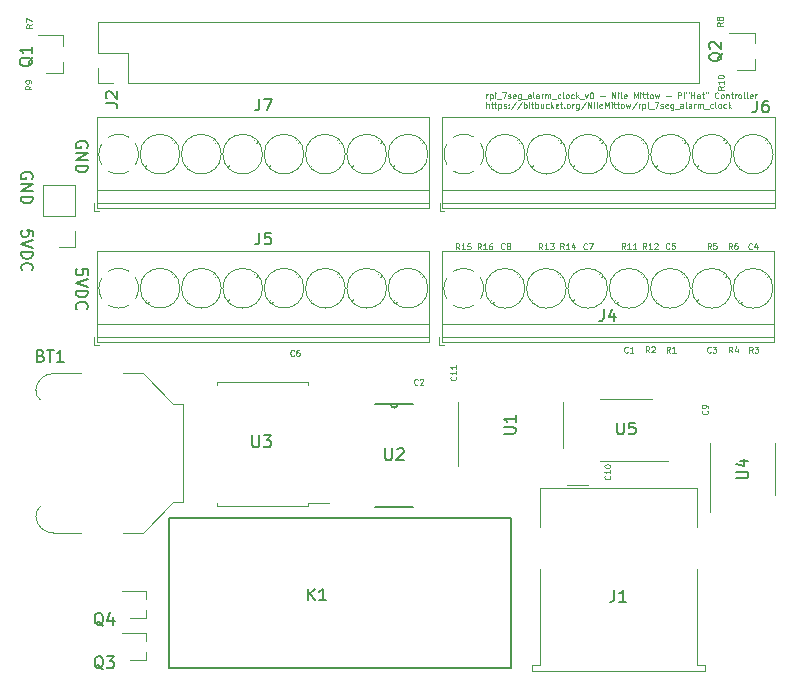
<source format=gto>
%TF.GenerationSoftware,KiCad,Pcbnew,5.1.6-1.fc31*%
%TF.CreationDate,2020-06-27T23:06:53-07:00*%
%TF.ProjectId,rpi_7seg_alarm_clock,7270695f-3773-4656-975f-616c61726d5f,rev?*%
%TF.SameCoordinates,Original*%
%TF.FileFunction,Legend,Top*%
%TF.FilePolarity,Positive*%
%FSLAX46Y46*%
G04 Gerber Fmt 4.6, Leading zero omitted, Abs format (unit mm)*
G04 Created by KiCad (PCBNEW 5.1.6-1.fc31) date 2020-06-27 23:06:53*
%MOMM*%
%LPD*%
G01*
G04 APERTURE LIST*
%ADD10C,0.070000*%
%ADD11C,0.150000*%
%ADD12C,0.120000*%
%ADD13C,0.127000*%
%ADD14C,0.152400*%
G04 APERTURE END LIST*
D10*
X121204547Y-64586190D02*
X121204547Y-64252857D01*
X121204547Y-64348095D02*
X121228357Y-64300476D01*
X121252166Y-64276666D01*
X121299785Y-64252857D01*
X121347404Y-64252857D01*
X121514071Y-64252857D02*
X121514071Y-64752857D01*
X121514071Y-64276666D02*
X121561690Y-64252857D01*
X121656928Y-64252857D01*
X121704547Y-64276666D01*
X121728357Y-64300476D01*
X121752166Y-64348095D01*
X121752166Y-64490952D01*
X121728357Y-64538571D01*
X121704547Y-64562380D01*
X121656928Y-64586190D01*
X121561690Y-64586190D01*
X121514071Y-64562380D01*
X121966452Y-64586190D02*
X121966452Y-64252857D01*
X121966452Y-64086190D02*
X121942642Y-64110000D01*
X121966452Y-64133809D01*
X121990261Y-64110000D01*
X121966452Y-64086190D01*
X121966452Y-64133809D01*
X122085500Y-64633809D02*
X122466452Y-64633809D01*
X122537880Y-64086190D02*
X122871214Y-64086190D01*
X122656928Y-64586190D01*
X123037880Y-64562380D02*
X123085500Y-64586190D01*
X123180738Y-64586190D01*
X123228357Y-64562380D01*
X123252166Y-64514761D01*
X123252166Y-64490952D01*
X123228357Y-64443333D01*
X123180738Y-64419523D01*
X123109309Y-64419523D01*
X123061690Y-64395714D01*
X123037880Y-64348095D01*
X123037880Y-64324285D01*
X123061690Y-64276666D01*
X123109309Y-64252857D01*
X123180738Y-64252857D01*
X123228357Y-64276666D01*
X123656928Y-64562380D02*
X123609309Y-64586190D01*
X123514071Y-64586190D01*
X123466452Y-64562380D01*
X123442642Y-64514761D01*
X123442642Y-64324285D01*
X123466452Y-64276666D01*
X123514071Y-64252857D01*
X123609309Y-64252857D01*
X123656928Y-64276666D01*
X123680738Y-64324285D01*
X123680738Y-64371904D01*
X123442642Y-64419523D01*
X124109309Y-64252857D02*
X124109309Y-64657619D01*
X124085500Y-64705238D01*
X124061690Y-64729047D01*
X124014071Y-64752857D01*
X123942642Y-64752857D01*
X123895023Y-64729047D01*
X124109309Y-64562380D02*
X124061690Y-64586190D01*
X123966452Y-64586190D01*
X123918833Y-64562380D01*
X123895023Y-64538571D01*
X123871214Y-64490952D01*
X123871214Y-64348095D01*
X123895023Y-64300476D01*
X123918833Y-64276666D01*
X123966452Y-64252857D01*
X124061690Y-64252857D01*
X124109309Y-64276666D01*
X124228357Y-64633809D02*
X124609309Y-64633809D01*
X124942642Y-64586190D02*
X124942642Y-64324285D01*
X124918833Y-64276666D01*
X124871214Y-64252857D01*
X124775976Y-64252857D01*
X124728357Y-64276666D01*
X124942642Y-64562380D02*
X124895023Y-64586190D01*
X124775976Y-64586190D01*
X124728357Y-64562380D01*
X124704547Y-64514761D01*
X124704547Y-64467142D01*
X124728357Y-64419523D01*
X124775976Y-64395714D01*
X124895023Y-64395714D01*
X124942642Y-64371904D01*
X125252166Y-64586190D02*
X125204547Y-64562380D01*
X125180738Y-64514761D01*
X125180738Y-64086190D01*
X125656928Y-64586190D02*
X125656928Y-64324285D01*
X125633119Y-64276666D01*
X125585500Y-64252857D01*
X125490261Y-64252857D01*
X125442642Y-64276666D01*
X125656928Y-64562380D02*
X125609309Y-64586190D01*
X125490261Y-64586190D01*
X125442642Y-64562380D01*
X125418833Y-64514761D01*
X125418833Y-64467142D01*
X125442642Y-64419523D01*
X125490261Y-64395714D01*
X125609309Y-64395714D01*
X125656928Y-64371904D01*
X125895023Y-64586190D02*
X125895023Y-64252857D01*
X125895023Y-64348095D02*
X125918833Y-64300476D01*
X125942642Y-64276666D01*
X125990261Y-64252857D01*
X126037880Y-64252857D01*
X126204547Y-64586190D02*
X126204547Y-64252857D01*
X126204547Y-64300476D02*
X126228357Y-64276666D01*
X126275976Y-64252857D01*
X126347404Y-64252857D01*
X126395023Y-64276666D01*
X126418833Y-64324285D01*
X126418833Y-64586190D01*
X126418833Y-64324285D02*
X126442642Y-64276666D01*
X126490261Y-64252857D01*
X126561690Y-64252857D01*
X126609309Y-64276666D01*
X126633119Y-64324285D01*
X126633119Y-64586190D01*
X126752166Y-64633809D02*
X127133119Y-64633809D01*
X127466452Y-64562380D02*
X127418833Y-64586190D01*
X127323595Y-64586190D01*
X127275976Y-64562380D01*
X127252166Y-64538571D01*
X127228357Y-64490952D01*
X127228357Y-64348095D01*
X127252166Y-64300476D01*
X127275976Y-64276666D01*
X127323595Y-64252857D01*
X127418833Y-64252857D01*
X127466452Y-64276666D01*
X127752166Y-64586190D02*
X127704547Y-64562380D01*
X127680738Y-64514761D01*
X127680738Y-64086190D01*
X128014071Y-64586190D02*
X127966452Y-64562380D01*
X127942642Y-64538571D01*
X127918833Y-64490952D01*
X127918833Y-64348095D01*
X127942642Y-64300476D01*
X127966452Y-64276666D01*
X128014071Y-64252857D01*
X128085500Y-64252857D01*
X128133119Y-64276666D01*
X128156928Y-64300476D01*
X128180738Y-64348095D01*
X128180738Y-64490952D01*
X128156928Y-64538571D01*
X128133119Y-64562380D01*
X128085500Y-64586190D01*
X128014071Y-64586190D01*
X128609309Y-64562380D02*
X128561690Y-64586190D01*
X128466452Y-64586190D01*
X128418833Y-64562380D01*
X128395023Y-64538571D01*
X128371214Y-64490952D01*
X128371214Y-64348095D01*
X128395023Y-64300476D01*
X128418833Y-64276666D01*
X128466452Y-64252857D01*
X128561690Y-64252857D01*
X128609309Y-64276666D01*
X128823595Y-64586190D02*
X128823595Y-64086190D01*
X128871214Y-64395714D02*
X129014071Y-64586190D01*
X129014071Y-64252857D02*
X128823595Y-64443333D01*
X129109309Y-64633809D02*
X129490261Y-64633809D01*
X129561690Y-64252857D02*
X129680738Y-64586190D01*
X129799785Y-64252857D01*
X130085500Y-64086190D02*
X130133119Y-64086190D01*
X130180738Y-64110000D01*
X130204547Y-64133809D01*
X130228357Y-64181428D01*
X130252166Y-64276666D01*
X130252166Y-64395714D01*
X130228357Y-64490952D01*
X130204547Y-64538571D01*
X130180738Y-64562380D01*
X130133119Y-64586190D01*
X130085500Y-64586190D01*
X130037880Y-64562380D01*
X130014071Y-64538571D01*
X129990261Y-64490952D01*
X129966452Y-64395714D01*
X129966452Y-64276666D01*
X129990261Y-64181428D01*
X130014071Y-64133809D01*
X130037880Y-64110000D01*
X130085500Y-64086190D01*
X130847404Y-64395714D02*
X131228357Y-64395714D01*
X131847404Y-64586190D02*
X131847404Y-64086190D01*
X132133119Y-64586190D01*
X132133119Y-64086190D01*
X132371214Y-64586190D02*
X132371214Y-64252857D01*
X132371214Y-64086190D02*
X132347404Y-64110000D01*
X132371214Y-64133809D01*
X132395023Y-64110000D01*
X132371214Y-64086190D01*
X132371214Y-64133809D01*
X132680738Y-64586190D02*
X132633119Y-64562380D01*
X132609309Y-64514761D01*
X132609309Y-64086190D01*
X133061690Y-64562380D02*
X133014071Y-64586190D01*
X132918833Y-64586190D01*
X132871214Y-64562380D01*
X132847404Y-64514761D01*
X132847404Y-64324285D01*
X132871214Y-64276666D01*
X132918833Y-64252857D01*
X133014071Y-64252857D01*
X133061690Y-64276666D01*
X133085500Y-64324285D01*
X133085500Y-64371904D01*
X132847404Y-64419523D01*
X133680738Y-64586190D02*
X133680738Y-64086190D01*
X133847404Y-64443333D01*
X134014071Y-64086190D01*
X134014071Y-64586190D01*
X134252166Y-64586190D02*
X134252166Y-64252857D01*
X134252166Y-64086190D02*
X134228357Y-64110000D01*
X134252166Y-64133809D01*
X134275976Y-64110000D01*
X134252166Y-64086190D01*
X134252166Y-64133809D01*
X134418833Y-64252857D02*
X134609309Y-64252857D01*
X134490261Y-64086190D02*
X134490261Y-64514761D01*
X134514071Y-64562380D01*
X134561690Y-64586190D01*
X134609309Y-64586190D01*
X134704547Y-64252857D02*
X134895023Y-64252857D01*
X134775976Y-64086190D02*
X134775976Y-64514761D01*
X134799785Y-64562380D01*
X134847404Y-64586190D01*
X134895023Y-64586190D01*
X135133119Y-64586190D02*
X135085500Y-64562380D01*
X135061690Y-64538571D01*
X135037880Y-64490952D01*
X135037880Y-64348095D01*
X135061690Y-64300476D01*
X135085500Y-64276666D01*
X135133119Y-64252857D01*
X135204547Y-64252857D01*
X135252166Y-64276666D01*
X135275976Y-64300476D01*
X135299785Y-64348095D01*
X135299785Y-64490952D01*
X135275976Y-64538571D01*
X135252166Y-64562380D01*
X135204547Y-64586190D01*
X135133119Y-64586190D01*
X135466452Y-64252857D02*
X135561690Y-64586190D01*
X135656928Y-64348095D01*
X135752166Y-64586190D01*
X135847404Y-64252857D01*
X136418833Y-64395714D02*
X136799785Y-64395714D01*
X137418833Y-64586190D02*
X137418833Y-64086190D01*
X137609309Y-64086190D01*
X137656928Y-64110000D01*
X137680738Y-64133809D01*
X137704547Y-64181428D01*
X137704547Y-64252857D01*
X137680738Y-64300476D01*
X137656928Y-64324285D01*
X137609309Y-64348095D01*
X137418833Y-64348095D01*
X137918833Y-64586190D02*
X137918833Y-64252857D01*
X137918833Y-64086190D02*
X137895023Y-64110000D01*
X137918833Y-64133809D01*
X137942642Y-64110000D01*
X137918833Y-64086190D01*
X137918833Y-64133809D01*
X138133119Y-64086190D02*
X138133119Y-64181428D01*
X138323595Y-64086190D02*
X138323595Y-64181428D01*
X138537880Y-64586190D02*
X138537880Y-64086190D01*
X138537880Y-64324285D02*
X138823595Y-64324285D01*
X138823595Y-64586190D02*
X138823595Y-64086190D01*
X139275976Y-64586190D02*
X139275976Y-64324285D01*
X139252166Y-64276666D01*
X139204547Y-64252857D01*
X139109309Y-64252857D01*
X139061690Y-64276666D01*
X139275976Y-64562380D02*
X139228357Y-64586190D01*
X139109309Y-64586190D01*
X139061690Y-64562380D01*
X139037880Y-64514761D01*
X139037880Y-64467142D01*
X139061690Y-64419523D01*
X139109309Y-64395714D01*
X139228357Y-64395714D01*
X139275976Y-64371904D01*
X139442642Y-64252857D02*
X139633119Y-64252857D01*
X139514071Y-64086190D02*
X139514071Y-64514761D01*
X139537880Y-64562380D01*
X139585500Y-64586190D01*
X139633119Y-64586190D01*
X139775976Y-64086190D02*
X139775976Y-64181428D01*
X139966452Y-64086190D02*
X139966452Y-64181428D01*
X140847404Y-64538571D02*
X140823595Y-64562380D01*
X140752166Y-64586190D01*
X140704547Y-64586190D01*
X140633119Y-64562380D01*
X140585500Y-64514761D01*
X140561690Y-64467142D01*
X140537880Y-64371904D01*
X140537880Y-64300476D01*
X140561690Y-64205238D01*
X140585500Y-64157619D01*
X140633119Y-64110000D01*
X140704547Y-64086190D01*
X140752166Y-64086190D01*
X140823595Y-64110000D01*
X140847404Y-64133809D01*
X141133119Y-64586190D02*
X141085500Y-64562380D01*
X141061690Y-64538571D01*
X141037880Y-64490952D01*
X141037880Y-64348095D01*
X141061690Y-64300476D01*
X141085500Y-64276666D01*
X141133119Y-64252857D01*
X141204547Y-64252857D01*
X141252166Y-64276666D01*
X141275976Y-64300476D01*
X141299785Y-64348095D01*
X141299785Y-64490952D01*
X141275976Y-64538571D01*
X141252166Y-64562380D01*
X141204547Y-64586190D01*
X141133119Y-64586190D01*
X141514071Y-64252857D02*
X141514071Y-64586190D01*
X141514071Y-64300476D02*
X141537880Y-64276666D01*
X141585500Y-64252857D01*
X141656928Y-64252857D01*
X141704547Y-64276666D01*
X141728357Y-64324285D01*
X141728357Y-64586190D01*
X141895023Y-64252857D02*
X142085500Y-64252857D01*
X141966452Y-64086190D02*
X141966452Y-64514761D01*
X141990261Y-64562380D01*
X142037880Y-64586190D01*
X142085500Y-64586190D01*
X142252166Y-64586190D02*
X142252166Y-64252857D01*
X142252166Y-64348095D02*
X142275976Y-64300476D01*
X142299785Y-64276666D01*
X142347404Y-64252857D01*
X142395023Y-64252857D01*
X142633119Y-64586190D02*
X142585500Y-64562380D01*
X142561690Y-64538571D01*
X142537880Y-64490952D01*
X142537880Y-64348095D01*
X142561690Y-64300476D01*
X142585500Y-64276666D01*
X142633119Y-64252857D01*
X142704547Y-64252857D01*
X142752166Y-64276666D01*
X142775976Y-64300476D01*
X142799785Y-64348095D01*
X142799785Y-64490952D01*
X142775976Y-64538571D01*
X142752166Y-64562380D01*
X142704547Y-64586190D01*
X142633119Y-64586190D01*
X143085500Y-64586190D02*
X143037880Y-64562380D01*
X143014071Y-64514761D01*
X143014071Y-64086190D01*
X143347404Y-64586190D02*
X143299785Y-64562380D01*
X143275976Y-64514761D01*
X143275976Y-64086190D01*
X143728357Y-64562380D02*
X143680738Y-64586190D01*
X143585500Y-64586190D01*
X143537880Y-64562380D01*
X143514071Y-64514761D01*
X143514071Y-64324285D01*
X143537880Y-64276666D01*
X143585500Y-64252857D01*
X143680738Y-64252857D01*
X143728357Y-64276666D01*
X143752166Y-64324285D01*
X143752166Y-64371904D01*
X143514071Y-64419523D01*
X143966452Y-64586190D02*
X143966452Y-64252857D01*
X143966452Y-64348095D02*
X143990261Y-64300476D01*
X144014071Y-64276666D01*
X144061690Y-64252857D01*
X144109309Y-64252857D01*
X121204547Y-65406190D02*
X121204547Y-64906190D01*
X121418833Y-65406190D02*
X121418833Y-65144285D01*
X121395023Y-65096666D01*
X121347404Y-65072857D01*
X121275976Y-65072857D01*
X121228357Y-65096666D01*
X121204547Y-65120476D01*
X121585500Y-65072857D02*
X121775976Y-65072857D01*
X121656928Y-64906190D02*
X121656928Y-65334761D01*
X121680738Y-65382380D01*
X121728357Y-65406190D01*
X121775976Y-65406190D01*
X121871214Y-65072857D02*
X122061690Y-65072857D01*
X121942642Y-64906190D02*
X121942642Y-65334761D01*
X121966452Y-65382380D01*
X122014071Y-65406190D01*
X122061690Y-65406190D01*
X122228357Y-65072857D02*
X122228357Y-65572857D01*
X122228357Y-65096666D02*
X122275976Y-65072857D01*
X122371214Y-65072857D01*
X122418833Y-65096666D01*
X122442642Y-65120476D01*
X122466452Y-65168095D01*
X122466452Y-65310952D01*
X122442642Y-65358571D01*
X122418833Y-65382380D01*
X122371214Y-65406190D01*
X122275976Y-65406190D01*
X122228357Y-65382380D01*
X122656928Y-65382380D02*
X122704547Y-65406190D01*
X122799785Y-65406190D01*
X122847404Y-65382380D01*
X122871214Y-65334761D01*
X122871214Y-65310952D01*
X122847404Y-65263333D01*
X122799785Y-65239523D01*
X122728357Y-65239523D01*
X122680738Y-65215714D01*
X122656928Y-65168095D01*
X122656928Y-65144285D01*
X122680738Y-65096666D01*
X122728357Y-65072857D01*
X122799785Y-65072857D01*
X122847404Y-65096666D01*
X123085500Y-65358571D02*
X123109309Y-65382380D01*
X123085500Y-65406190D01*
X123061690Y-65382380D01*
X123085500Y-65358571D01*
X123085500Y-65406190D01*
X123085500Y-65096666D02*
X123109309Y-65120476D01*
X123085500Y-65144285D01*
X123061690Y-65120476D01*
X123085500Y-65096666D01*
X123085500Y-65144285D01*
X123680738Y-64882380D02*
X123252166Y-65525238D01*
X124204547Y-64882380D02*
X123775976Y-65525238D01*
X124371214Y-65406190D02*
X124371214Y-64906190D01*
X124371214Y-65096666D02*
X124418833Y-65072857D01*
X124514071Y-65072857D01*
X124561690Y-65096666D01*
X124585500Y-65120476D01*
X124609309Y-65168095D01*
X124609309Y-65310952D01*
X124585500Y-65358571D01*
X124561690Y-65382380D01*
X124514071Y-65406190D01*
X124418833Y-65406190D01*
X124371214Y-65382380D01*
X124823595Y-65406190D02*
X124823595Y-65072857D01*
X124823595Y-64906190D02*
X124799785Y-64930000D01*
X124823595Y-64953809D01*
X124847404Y-64930000D01*
X124823595Y-64906190D01*
X124823595Y-64953809D01*
X124990261Y-65072857D02*
X125180738Y-65072857D01*
X125061690Y-64906190D02*
X125061690Y-65334761D01*
X125085500Y-65382380D01*
X125133119Y-65406190D01*
X125180738Y-65406190D01*
X125347404Y-65406190D02*
X125347404Y-64906190D01*
X125347404Y-65096666D02*
X125395023Y-65072857D01*
X125490261Y-65072857D01*
X125537880Y-65096666D01*
X125561690Y-65120476D01*
X125585500Y-65168095D01*
X125585500Y-65310952D01*
X125561690Y-65358571D01*
X125537880Y-65382380D01*
X125490261Y-65406190D01*
X125395023Y-65406190D01*
X125347404Y-65382380D01*
X126014071Y-65072857D02*
X126014071Y-65406190D01*
X125799785Y-65072857D02*
X125799785Y-65334761D01*
X125823595Y-65382380D01*
X125871214Y-65406190D01*
X125942642Y-65406190D01*
X125990261Y-65382380D01*
X126014071Y-65358571D01*
X126466452Y-65382380D02*
X126418833Y-65406190D01*
X126323595Y-65406190D01*
X126275976Y-65382380D01*
X126252166Y-65358571D01*
X126228357Y-65310952D01*
X126228357Y-65168095D01*
X126252166Y-65120476D01*
X126275976Y-65096666D01*
X126323595Y-65072857D01*
X126418833Y-65072857D01*
X126466452Y-65096666D01*
X126680738Y-65406190D02*
X126680738Y-64906190D01*
X126728357Y-65215714D02*
X126871214Y-65406190D01*
X126871214Y-65072857D02*
X126680738Y-65263333D01*
X127275976Y-65382380D02*
X127228357Y-65406190D01*
X127133119Y-65406190D01*
X127085500Y-65382380D01*
X127061690Y-65334761D01*
X127061690Y-65144285D01*
X127085500Y-65096666D01*
X127133119Y-65072857D01*
X127228357Y-65072857D01*
X127275976Y-65096666D01*
X127299785Y-65144285D01*
X127299785Y-65191904D01*
X127061690Y-65239523D01*
X127442642Y-65072857D02*
X127633119Y-65072857D01*
X127514071Y-64906190D02*
X127514071Y-65334761D01*
X127537880Y-65382380D01*
X127585500Y-65406190D01*
X127633119Y-65406190D01*
X127799785Y-65358571D02*
X127823595Y-65382380D01*
X127799785Y-65406190D01*
X127775976Y-65382380D01*
X127799785Y-65358571D01*
X127799785Y-65406190D01*
X128109309Y-65406190D02*
X128061690Y-65382380D01*
X128037880Y-65358571D01*
X128014071Y-65310952D01*
X128014071Y-65168095D01*
X128037880Y-65120476D01*
X128061690Y-65096666D01*
X128109309Y-65072857D01*
X128180738Y-65072857D01*
X128228357Y-65096666D01*
X128252166Y-65120476D01*
X128275976Y-65168095D01*
X128275976Y-65310952D01*
X128252166Y-65358571D01*
X128228357Y-65382380D01*
X128180738Y-65406190D01*
X128109309Y-65406190D01*
X128490261Y-65406190D02*
X128490261Y-65072857D01*
X128490261Y-65168095D02*
X128514071Y-65120476D01*
X128537880Y-65096666D01*
X128585500Y-65072857D01*
X128633119Y-65072857D01*
X129014071Y-65072857D02*
X129014071Y-65477619D01*
X128990261Y-65525238D01*
X128966452Y-65549047D01*
X128918833Y-65572857D01*
X128847404Y-65572857D01*
X128799785Y-65549047D01*
X129014071Y-65382380D02*
X128966452Y-65406190D01*
X128871214Y-65406190D01*
X128823595Y-65382380D01*
X128799785Y-65358571D01*
X128775976Y-65310952D01*
X128775976Y-65168095D01*
X128799785Y-65120476D01*
X128823595Y-65096666D01*
X128871214Y-65072857D01*
X128966452Y-65072857D01*
X129014071Y-65096666D01*
X129609309Y-64882380D02*
X129180738Y-65525238D01*
X129775976Y-65406190D02*
X129775976Y-64906190D01*
X130061690Y-65406190D01*
X130061690Y-64906190D01*
X130299785Y-65406190D02*
X130299785Y-65072857D01*
X130299785Y-64906190D02*
X130275976Y-64930000D01*
X130299785Y-64953809D01*
X130323595Y-64930000D01*
X130299785Y-64906190D01*
X130299785Y-64953809D01*
X130609309Y-65406190D02*
X130561690Y-65382380D01*
X130537880Y-65334761D01*
X130537880Y-64906190D01*
X130990261Y-65382380D02*
X130942642Y-65406190D01*
X130847404Y-65406190D01*
X130799785Y-65382380D01*
X130775976Y-65334761D01*
X130775976Y-65144285D01*
X130799785Y-65096666D01*
X130847404Y-65072857D01*
X130942642Y-65072857D01*
X130990261Y-65096666D01*
X131014071Y-65144285D01*
X131014071Y-65191904D01*
X130775976Y-65239523D01*
X131228357Y-65406190D02*
X131228357Y-64906190D01*
X131395023Y-65263333D01*
X131561690Y-64906190D01*
X131561690Y-65406190D01*
X131799785Y-65406190D02*
X131799785Y-65072857D01*
X131799785Y-64906190D02*
X131775976Y-64930000D01*
X131799785Y-64953809D01*
X131823595Y-64930000D01*
X131799785Y-64906190D01*
X131799785Y-64953809D01*
X131966452Y-65072857D02*
X132156928Y-65072857D01*
X132037880Y-64906190D02*
X132037880Y-65334761D01*
X132061690Y-65382380D01*
X132109309Y-65406190D01*
X132156928Y-65406190D01*
X132252166Y-65072857D02*
X132442642Y-65072857D01*
X132323595Y-64906190D02*
X132323595Y-65334761D01*
X132347404Y-65382380D01*
X132395023Y-65406190D01*
X132442642Y-65406190D01*
X132680738Y-65406190D02*
X132633119Y-65382380D01*
X132609309Y-65358571D01*
X132585500Y-65310952D01*
X132585500Y-65168095D01*
X132609309Y-65120476D01*
X132633119Y-65096666D01*
X132680738Y-65072857D01*
X132752166Y-65072857D01*
X132799785Y-65096666D01*
X132823595Y-65120476D01*
X132847404Y-65168095D01*
X132847404Y-65310952D01*
X132823595Y-65358571D01*
X132799785Y-65382380D01*
X132752166Y-65406190D01*
X132680738Y-65406190D01*
X133014071Y-65072857D02*
X133109309Y-65406190D01*
X133204547Y-65168095D01*
X133299785Y-65406190D01*
X133395023Y-65072857D01*
X133942642Y-64882380D02*
X133514071Y-65525238D01*
X134109309Y-65406190D02*
X134109309Y-65072857D01*
X134109309Y-65168095D02*
X134133119Y-65120476D01*
X134156928Y-65096666D01*
X134204547Y-65072857D01*
X134252166Y-65072857D01*
X134418833Y-65072857D02*
X134418833Y-65572857D01*
X134418833Y-65096666D02*
X134466452Y-65072857D01*
X134561690Y-65072857D01*
X134609309Y-65096666D01*
X134633119Y-65120476D01*
X134656928Y-65168095D01*
X134656928Y-65310952D01*
X134633119Y-65358571D01*
X134609309Y-65382380D01*
X134561690Y-65406190D01*
X134466452Y-65406190D01*
X134418833Y-65382380D01*
X134871214Y-65406190D02*
X134871214Y-65072857D01*
X134871214Y-64906190D02*
X134847404Y-64930000D01*
X134871214Y-64953809D01*
X134895023Y-64930000D01*
X134871214Y-64906190D01*
X134871214Y-64953809D01*
X134990261Y-65453809D02*
X135371214Y-65453809D01*
X135442642Y-64906190D02*
X135775976Y-64906190D01*
X135561690Y-65406190D01*
X135942642Y-65382380D02*
X135990261Y-65406190D01*
X136085500Y-65406190D01*
X136133119Y-65382380D01*
X136156928Y-65334761D01*
X136156928Y-65310952D01*
X136133119Y-65263333D01*
X136085500Y-65239523D01*
X136014071Y-65239523D01*
X135966452Y-65215714D01*
X135942642Y-65168095D01*
X135942642Y-65144285D01*
X135966452Y-65096666D01*
X136014071Y-65072857D01*
X136085500Y-65072857D01*
X136133119Y-65096666D01*
X136561690Y-65382380D02*
X136514071Y-65406190D01*
X136418833Y-65406190D01*
X136371214Y-65382380D01*
X136347404Y-65334761D01*
X136347404Y-65144285D01*
X136371214Y-65096666D01*
X136418833Y-65072857D01*
X136514071Y-65072857D01*
X136561690Y-65096666D01*
X136585500Y-65144285D01*
X136585500Y-65191904D01*
X136347404Y-65239523D01*
X137014071Y-65072857D02*
X137014071Y-65477619D01*
X136990261Y-65525238D01*
X136966452Y-65549047D01*
X136918833Y-65572857D01*
X136847404Y-65572857D01*
X136799785Y-65549047D01*
X137014071Y-65382380D02*
X136966452Y-65406190D01*
X136871214Y-65406190D01*
X136823595Y-65382380D01*
X136799785Y-65358571D01*
X136775976Y-65310952D01*
X136775976Y-65168095D01*
X136799785Y-65120476D01*
X136823595Y-65096666D01*
X136871214Y-65072857D01*
X136966452Y-65072857D01*
X137014071Y-65096666D01*
X137133119Y-65453809D02*
X137514071Y-65453809D01*
X137847404Y-65406190D02*
X137847404Y-65144285D01*
X137823595Y-65096666D01*
X137775976Y-65072857D01*
X137680738Y-65072857D01*
X137633119Y-65096666D01*
X137847404Y-65382380D02*
X137799785Y-65406190D01*
X137680738Y-65406190D01*
X137633119Y-65382380D01*
X137609309Y-65334761D01*
X137609309Y-65287142D01*
X137633119Y-65239523D01*
X137680738Y-65215714D01*
X137799785Y-65215714D01*
X137847404Y-65191904D01*
X138156928Y-65406190D02*
X138109309Y-65382380D01*
X138085500Y-65334761D01*
X138085500Y-64906190D01*
X138561690Y-65406190D02*
X138561690Y-65144285D01*
X138537880Y-65096666D01*
X138490261Y-65072857D01*
X138395023Y-65072857D01*
X138347404Y-65096666D01*
X138561690Y-65382380D02*
X138514071Y-65406190D01*
X138395023Y-65406190D01*
X138347404Y-65382380D01*
X138323595Y-65334761D01*
X138323595Y-65287142D01*
X138347404Y-65239523D01*
X138395023Y-65215714D01*
X138514071Y-65215714D01*
X138561690Y-65191904D01*
X138799785Y-65406190D02*
X138799785Y-65072857D01*
X138799785Y-65168095D02*
X138823595Y-65120476D01*
X138847404Y-65096666D01*
X138895023Y-65072857D01*
X138942642Y-65072857D01*
X139109309Y-65406190D02*
X139109309Y-65072857D01*
X139109309Y-65120476D02*
X139133119Y-65096666D01*
X139180738Y-65072857D01*
X139252166Y-65072857D01*
X139299785Y-65096666D01*
X139323595Y-65144285D01*
X139323595Y-65406190D01*
X139323595Y-65144285D02*
X139347404Y-65096666D01*
X139395023Y-65072857D01*
X139466452Y-65072857D01*
X139514071Y-65096666D01*
X139537880Y-65144285D01*
X139537880Y-65406190D01*
X139656928Y-65453809D02*
X140037880Y-65453809D01*
X140371214Y-65382380D02*
X140323595Y-65406190D01*
X140228357Y-65406190D01*
X140180738Y-65382380D01*
X140156928Y-65358571D01*
X140133119Y-65310952D01*
X140133119Y-65168095D01*
X140156928Y-65120476D01*
X140180738Y-65096666D01*
X140228357Y-65072857D01*
X140323595Y-65072857D01*
X140371214Y-65096666D01*
X140656928Y-65406190D02*
X140609309Y-65382380D01*
X140585500Y-65334761D01*
X140585500Y-64906190D01*
X140918833Y-65406190D02*
X140871214Y-65382380D01*
X140847404Y-65358571D01*
X140823595Y-65310952D01*
X140823595Y-65168095D01*
X140847404Y-65120476D01*
X140871214Y-65096666D01*
X140918833Y-65072857D01*
X140990261Y-65072857D01*
X141037880Y-65096666D01*
X141061690Y-65120476D01*
X141085500Y-65168095D01*
X141085500Y-65310952D01*
X141061690Y-65358571D01*
X141037880Y-65382380D01*
X140990261Y-65406190D01*
X140918833Y-65406190D01*
X141514071Y-65382380D02*
X141466452Y-65406190D01*
X141371214Y-65406190D01*
X141323595Y-65382380D01*
X141299785Y-65358571D01*
X141275976Y-65310952D01*
X141275976Y-65168095D01*
X141299785Y-65120476D01*
X141323595Y-65096666D01*
X141371214Y-65072857D01*
X141466452Y-65072857D01*
X141514071Y-65096666D01*
X141728357Y-65406190D02*
X141728357Y-64906190D01*
X141775976Y-65215714D02*
X141918833Y-65406190D01*
X141918833Y-65072857D02*
X141728357Y-65263333D01*
D11*
X87400000Y-68763095D02*
X87447619Y-68667857D01*
X87447619Y-68525000D01*
X87400000Y-68382142D01*
X87304761Y-68286904D01*
X87209523Y-68239285D01*
X87019047Y-68191666D01*
X86876190Y-68191666D01*
X86685714Y-68239285D01*
X86590476Y-68286904D01*
X86495238Y-68382142D01*
X86447619Y-68525000D01*
X86447619Y-68620238D01*
X86495238Y-68763095D01*
X86542857Y-68810714D01*
X86876190Y-68810714D01*
X86876190Y-68620238D01*
X86447619Y-69239285D02*
X87447619Y-69239285D01*
X86447619Y-69810714D01*
X87447619Y-69810714D01*
X86447619Y-70286904D02*
X87447619Y-70286904D01*
X87447619Y-70525000D01*
X87400000Y-70667857D01*
X87304761Y-70763095D01*
X87209523Y-70810714D01*
X87019047Y-70858333D01*
X86876190Y-70858333D01*
X86685714Y-70810714D01*
X86590476Y-70763095D01*
X86495238Y-70667857D01*
X86447619Y-70525000D01*
X86447619Y-70286904D01*
X87447619Y-79534523D02*
X87447619Y-79058333D01*
X86971428Y-79010714D01*
X87019047Y-79058333D01*
X87066666Y-79153571D01*
X87066666Y-79391666D01*
X87019047Y-79486904D01*
X86971428Y-79534523D01*
X86876190Y-79582142D01*
X86638095Y-79582142D01*
X86542857Y-79534523D01*
X86495238Y-79486904D01*
X86447619Y-79391666D01*
X86447619Y-79153571D01*
X86495238Y-79058333D01*
X86542857Y-79010714D01*
X87447619Y-79867857D02*
X86447619Y-80201190D01*
X87447619Y-80534523D01*
X86447619Y-80867857D02*
X87447619Y-80867857D01*
X87447619Y-81105952D01*
X87400000Y-81248809D01*
X87304761Y-81344047D01*
X87209523Y-81391666D01*
X87019047Y-81439285D01*
X86876190Y-81439285D01*
X86685714Y-81391666D01*
X86590476Y-81344047D01*
X86495238Y-81248809D01*
X86447619Y-81105952D01*
X86447619Y-80867857D01*
X86542857Y-82439285D02*
X86495238Y-82391666D01*
X86447619Y-82248809D01*
X86447619Y-82153571D01*
X86495238Y-82010714D01*
X86590476Y-81915476D01*
X86685714Y-81867857D01*
X86876190Y-81820238D01*
X87019047Y-81820238D01*
X87209523Y-81867857D01*
X87304761Y-81915476D01*
X87400000Y-82010714D01*
X87447619Y-82153571D01*
X87447619Y-82248809D01*
X87400000Y-82391666D01*
X87352380Y-82439285D01*
X82750000Y-71388095D02*
X82797619Y-71292857D01*
X82797619Y-71150000D01*
X82750000Y-71007142D01*
X82654761Y-70911904D01*
X82559523Y-70864285D01*
X82369047Y-70816666D01*
X82226190Y-70816666D01*
X82035714Y-70864285D01*
X81940476Y-70911904D01*
X81845238Y-71007142D01*
X81797619Y-71150000D01*
X81797619Y-71245238D01*
X81845238Y-71388095D01*
X81892857Y-71435714D01*
X82226190Y-71435714D01*
X82226190Y-71245238D01*
X81797619Y-71864285D02*
X82797619Y-71864285D01*
X81797619Y-72435714D01*
X82797619Y-72435714D01*
X81797619Y-72911904D02*
X82797619Y-72911904D01*
X82797619Y-73150000D01*
X82750000Y-73292857D01*
X82654761Y-73388095D01*
X82559523Y-73435714D01*
X82369047Y-73483333D01*
X82226190Y-73483333D01*
X82035714Y-73435714D01*
X81940476Y-73388095D01*
X81845238Y-73292857D01*
X81797619Y-73150000D01*
X81797619Y-72911904D01*
X82822619Y-76259523D02*
X82822619Y-75783333D01*
X82346428Y-75735714D01*
X82394047Y-75783333D01*
X82441666Y-75878571D01*
X82441666Y-76116666D01*
X82394047Y-76211904D01*
X82346428Y-76259523D01*
X82251190Y-76307142D01*
X82013095Y-76307142D01*
X81917857Y-76259523D01*
X81870238Y-76211904D01*
X81822619Y-76116666D01*
X81822619Y-75878571D01*
X81870238Y-75783333D01*
X81917857Y-75735714D01*
X82822619Y-76592857D02*
X81822619Y-76926190D01*
X82822619Y-77259523D01*
X81822619Y-77592857D02*
X82822619Y-77592857D01*
X82822619Y-77830952D01*
X82775000Y-77973809D01*
X82679761Y-78069047D01*
X82584523Y-78116666D01*
X82394047Y-78164285D01*
X82251190Y-78164285D01*
X82060714Y-78116666D01*
X81965476Y-78069047D01*
X81870238Y-77973809D01*
X81822619Y-77830952D01*
X81822619Y-77592857D01*
X81917857Y-79164285D02*
X81870238Y-79116666D01*
X81822619Y-78973809D01*
X81822619Y-78878571D01*
X81870238Y-78735714D01*
X81965476Y-78640476D01*
X82060714Y-78592857D01*
X82251190Y-78545238D01*
X82394047Y-78545238D01*
X82584523Y-78592857D01*
X82679761Y-78640476D01*
X82775000Y-78735714D01*
X82822619Y-78878571D01*
X82822619Y-78973809D01*
X82775000Y-79116666D01*
X82727380Y-79164285D01*
D12*
%TO.C,J7*%
X88020000Y-74120000D02*
X88420000Y-74120000D01*
X88020000Y-73480000D02*
X88020000Y-74120000D01*
X113425000Y-70261000D02*
X113296000Y-70389000D01*
X115640000Y-68045000D02*
X115546000Y-68139000D01*
X113595000Y-70501000D02*
X113501000Y-70594000D01*
X115845000Y-68251000D02*
X115716000Y-68379000D01*
X109925000Y-70261000D02*
X109796000Y-70389000D01*
X112140000Y-68045000D02*
X112046000Y-68139000D01*
X110095000Y-70501000D02*
X110001000Y-70594000D01*
X112345000Y-68251000D02*
X112216000Y-68379000D01*
X106425000Y-70261000D02*
X106296000Y-70389000D01*
X108640000Y-68045000D02*
X108546000Y-68139000D01*
X106595000Y-70501000D02*
X106501000Y-70594000D01*
X108845000Y-68251000D02*
X108716000Y-68379000D01*
X102925000Y-70261000D02*
X102796000Y-70389000D01*
X105140000Y-68045000D02*
X105046000Y-68139000D01*
X103095000Y-70501000D02*
X103001000Y-70594000D01*
X105345000Y-68251000D02*
X105216000Y-68379000D01*
X99425000Y-70261000D02*
X99296000Y-70389000D01*
X101640000Y-68045000D02*
X101546000Y-68139000D01*
X99595000Y-70501000D02*
X99501000Y-70594000D01*
X101845000Y-68251000D02*
X101716000Y-68379000D01*
X95925000Y-70261000D02*
X95796000Y-70389000D01*
X98140000Y-68045000D02*
X98046000Y-68139000D01*
X96095000Y-70501000D02*
X96001000Y-70594000D01*
X98345000Y-68251000D02*
X98216000Y-68379000D01*
X92425000Y-70261000D02*
X92296000Y-70389000D01*
X94640000Y-68045000D02*
X94546000Y-68139000D01*
X92595000Y-70501000D02*
X92501000Y-70594000D01*
X94845000Y-68251000D02*
X94716000Y-68379000D01*
X116380000Y-66160000D02*
X116380000Y-73880000D01*
X88260000Y-66160000D02*
X88260000Y-73880000D01*
X88260000Y-73880000D02*
X116380000Y-73880000D01*
X88260000Y-66160000D02*
X116380000Y-66160000D01*
X88260000Y-72320000D02*
X116380000Y-72320000D01*
X88260000Y-73420000D02*
X116380000Y-73420000D01*
X116250000Y-69320000D02*
G75*
G03*
X116250000Y-69320000I-1680000J0D01*
G01*
X112750000Y-69320000D02*
G75*
G03*
X112750000Y-69320000I-1680000J0D01*
G01*
X109250000Y-69320000D02*
G75*
G03*
X109250000Y-69320000I-1680000J0D01*
G01*
X105750000Y-69320000D02*
G75*
G03*
X105750000Y-69320000I-1680000J0D01*
G01*
X102250000Y-69320000D02*
G75*
G03*
X102250000Y-69320000I-1680000J0D01*
G01*
X98750000Y-69320000D02*
G75*
G03*
X98750000Y-69320000I-1680000J0D01*
G01*
X95250000Y-69320000D02*
G75*
G03*
X95250000Y-69320000I-1680000J0D01*
G01*
X90960264Y-70744721D02*
G75*
G02*
X90070000Y-71000000I-890264J1424721D01*
G01*
X91495505Y-68429807D02*
G75*
G02*
X91495000Y-70211000I-1425505J-890193D01*
G01*
X89180106Y-67894642D02*
G75*
G02*
X90936000Y-67880000I889894J-1425358D01*
G01*
X88644642Y-70209894D02*
G75*
G02*
X88630000Y-68454000I1425358J889894D01*
G01*
X90098674Y-71000099D02*
G75*
G02*
X89204000Y-70760000I-28674J1680099D01*
G01*
%TO.C,J4*%
X117235000Y-85480000D02*
X117635000Y-85480000D01*
X117235000Y-84840000D02*
X117235000Y-85480000D01*
X142640000Y-81621000D02*
X142511000Y-81749000D01*
X144855000Y-79405000D02*
X144761000Y-79499000D01*
X142810000Y-81861000D02*
X142716000Y-81954000D01*
X145060000Y-79611000D02*
X144931000Y-79739000D01*
X139140000Y-81621000D02*
X139011000Y-81749000D01*
X141355000Y-79405000D02*
X141261000Y-79499000D01*
X139310000Y-81861000D02*
X139216000Y-81954000D01*
X141560000Y-79611000D02*
X141431000Y-79739000D01*
X135640000Y-81621000D02*
X135511000Y-81749000D01*
X137855000Y-79405000D02*
X137761000Y-79499000D01*
X135810000Y-81861000D02*
X135716000Y-81954000D01*
X138060000Y-79611000D02*
X137931000Y-79739000D01*
X132140000Y-81621000D02*
X132011000Y-81749000D01*
X134355000Y-79405000D02*
X134261000Y-79499000D01*
X132310000Y-81861000D02*
X132216000Y-81954000D01*
X134560000Y-79611000D02*
X134431000Y-79739000D01*
X128640000Y-81621000D02*
X128511000Y-81749000D01*
X130855000Y-79405000D02*
X130761000Y-79499000D01*
X128810000Y-81861000D02*
X128716000Y-81954000D01*
X131060000Y-79611000D02*
X130931000Y-79739000D01*
X125140000Y-81621000D02*
X125011000Y-81749000D01*
X127355000Y-79405000D02*
X127261000Y-79499000D01*
X125310000Y-81861000D02*
X125216000Y-81954000D01*
X127560000Y-79611000D02*
X127431000Y-79739000D01*
X121640000Y-81621000D02*
X121511000Y-81749000D01*
X123855000Y-79405000D02*
X123761000Y-79499000D01*
X121810000Y-81861000D02*
X121716000Y-81954000D01*
X124060000Y-79611000D02*
X123931000Y-79739000D01*
X145595000Y-77520000D02*
X145595000Y-85240000D01*
X117475000Y-77520000D02*
X117475000Y-85240000D01*
X117475000Y-85240000D02*
X145595000Y-85240000D01*
X117475000Y-77520000D02*
X145595000Y-77520000D01*
X117475000Y-83680000D02*
X145595000Y-83680000D01*
X117475000Y-84780000D02*
X145595000Y-84780000D01*
X145465000Y-80680000D02*
G75*
G03*
X145465000Y-80680000I-1680000J0D01*
G01*
X141965000Y-80680000D02*
G75*
G03*
X141965000Y-80680000I-1680000J0D01*
G01*
X138465000Y-80680000D02*
G75*
G03*
X138465000Y-80680000I-1680000J0D01*
G01*
X134965000Y-80680000D02*
G75*
G03*
X134965000Y-80680000I-1680000J0D01*
G01*
X131465000Y-80680000D02*
G75*
G03*
X131465000Y-80680000I-1680000J0D01*
G01*
X127965000Y-80680000D02*
G75*
G03*
X127965000Y-80680000I-1680000J0D01*
G01*
X124465000Y-80680000D02*
G75*
G03*
X124465000Y-80680000I-1680000J0D01*
G01*
X120175264Y-82104721D02*
G75*
G02*
X119285000Y-82360000I-890264J1424721D01*
G01*
X120710505Y-79789807D02*
G75*
G02*
X120710000Y-81571000I-1425505J-890193D01*
G01*
X118395106Y-79254642D02*
G75*
G02*
X120151000Y-79240000I889894J-1425358D01*
G01*
X117859642Y-81569894D02*
G75*
G02*
X117845000Y-79814000I1425358J889894D01*
G01*
X119313674Y-82360099D02*
G75*
G02*
X118419000Y-82120000I-28674J1680099D01*
G01*
%TO.C,J5*%
X88025000Y-85470000D02*
X88425000Y-85470000D01*
X88025000Y-84830000D02*
X88025000Y-85470000D01*
X113430000Y-81611000D02*
X113301000Y-81739000D01*
X115645000Y-79395000D02*
X115551000Y-79489000D01*
X113600000Y-81851000D02*
X113506000Y-81944000D01*
X115850000Y-79601000D02*
X115721000Y-79729000D01*
X109930000Y-81611000D02*
X109801000Y-81739000D01*
X112145000Y-79395000D02*
X112051000Y-79489000D01*
X110100000Y-81851000D02*
X110006000Y-81944000D01*
X112350000Y-79601000D02*
X112221000Y-79729000D01*
X106430000Y-81611000D02*
X106301000Y-81739000D01*
X108645000Y-79395000D02*
X108551000Y-79489000D01*
X106600000Y-81851000D02*
X106506000Y-81944000D01*
X108850000Y-79601000D02*
X108721000Y-79729000D01*
X102930000Y-81611000D02*
X102801000Y-81739000D01*
X105145000Y-79395000D02*
X105051000Y-79489000D01*
X103100000Y-81851000D02*
X103006000Y-81944000D01*
X105350000Y-79601000D02*
X105221000Y-79729000D01*
X99430000Y-81611000D02*
X99301000Y-81739000D01*
X101645000Y-79395000D02*
X101551000Y-79489000D01*
X99600000Y-81851000D02*
X99506000Y-81944000D01*
X101850000Y-79601000D02*
X101721000Y-79729000D01*
X95930000Y-81611000D02*
X95801000Y-81739000D01*
X98145000Y-79395000D02*
X98051000Y-79489000D01*
X96100000Y-81851000D02*
X96006000Y-81944000D01*
X98350000Y-79601000D02*
X98221000Y-79729000D01*
X92430000Y-81611000D02*
X92301000Y-81739000D01*
X94645000Y-79395000D02*
X94551000Y-79489000D01*
X92600000Y-81851000D02*
X92506000Y-81944000D01*
X94850000Y-79601000D02*
X94721000Y-79729000D01*
X116385000Y-77510000D02*
X116385000Y-85230000D01*
X88265000Y-77510000D02*
X88265000Y-85230000D01*
X88265000Y-85230000D02*
X116385000Y-85230000D01*
X88265000Y-77510000D02*
X116385000Y-77510000D01*
X88265000Y-83670000D02*
X116385000Y-83670000D01*
X88265000Y-84770000D02*
X116385000Y-84770000D01*
X116255000Y-80670000D02*
G75*
G03*
X116255000Y-80670000I-1680000J0D01*
G01*
X112755000Y-80670000D02*
G75*
G03*
X112755000Y-80670000I-1680000J0D01*
G01*
X109255000Y-80670000D02*
G75*
G03*
X109255000Y-80670000I-1680000J0D01*
G01*
X105755000Y-80670000D02*
G75*
G03*
X105755000Y-80670000I-1680000J0D01*
G01*
X102255000Y-80670000D02*
G75*
G03*
X102255000Y-80670000I-1680000J0D01*
G01*
X98755000Y-80670000D02*
G75*
G03*
X98755000Y-80670000I-1680000J0D01*
G01*
X95255000Y-80670000D02*
G75*
G03*
X95255000Y-80670000I-1680000J0D01*
G01*
X90965264Y-82094721D02*
G75*
G02*
X90075000Y-82350000I-890264J1424721D01*
G01*
X91500505Y-79779807D02*
G75*
G02*
X91500000Y-81561000I-1425505J-890193D01*
G01*
X89185106Y-79244642D02*
G75*
G02*
X90941000Y-79230000I889894J-1425358D01*
G01*
X88649642Y-81559894D02*
G75*
G02*
X88635000Y-79804000I1425358J889894D01*
G01*
X90103674Y-82350099D02*
G75*
G02*
X89209000Y-82110000I-28674J1680099D01*
G01*
%TO.C,J6*%
X117250000Y-74120000D02*
X117650000Y-74120000D01*
X117250000Y-73480000D02*
X117250000Y-74120000D01*
X142655000Y-70261000D02*
X142526000Y-70389000D01*
X144870000Y-68045000D02*
X144776000Y-68139000D01*
X142825000Y-70501000D02*
X142731000Y-70594000D01*
X145075000Y-68251000D02*
X144946000Y-68379000D01*
X139155000Y-70261000D02*
X139026000Y-70389000D01*
X141370000Y-68045000D02*
X141276000Y-68139000D01*
X139325000Y-70501000D02*
X139231000Y-70594000D01*
X141575000Y-68251000D02*
X141446000Y-68379000D01*
X135655000Y-70261000D02*
X135526000Y-70389000D01*
X137870000Y-68045000D02*
X137776000Y-68139000D01*
X135825000Y-70501000D02*
X135731000Y-70594000D01*
X138075000Y-68251000D02*
X137946000Y-68379000D01*
X132155000Y-70261000D02*
X132026000Y-70389000D01*
X134370000Y-68045000D02*
X134276000Y-68139000D01*
X132325000Y-70501000D02*
X132231000Y-70594000D01*
X134575000Y-68251000D02*
X134446000Y-68379000D01*
X128655000Y-70261000D02*
X128526000Y-70389000D01*
X130870000Y-68045000D02*
X130776000Y-68139000D01*
X128825000Y-70501000D02*
X128731000Y-70594000D01*
X131075000Y-68251000D02*
X130946000Y-68379000D01*
X125155000Y-70261000D02*
X125026000Y-70389000D01*
X127370000Y-68045000D02*
X127276000Y-68139000D01*
X125325000Y-70501000D02*
X125231000Y-70594000D01*
X127575000Y-68251000D02*
X127446000Y-68379000D01*
X121655000Y-70261000D02*
X121526000Y-70389000D01*
X123870000Y-68045000D02*
X123776000Y-68139000D01*
X121825000Y-70501000D02*
X121731000Y-70594000D01*
X124075000Y-68251000D02*
X123946000Y-68379000D01*
X145610000Y-66160000D02*
X145610000Y-73880000D01*
X117490000Y-66160000D02*
X117490000Y-73880000D01*
X117490000Y-73880000D02*
X145610000Y-73880000D01*
X117490000Y-66160000D02*
X145610000Y-66160000D01*
X117490000Y-72320000D02*
X145610000Y-72320000D01*
X117490000Y-73420000D02*
X145610000Y-73420000D01*
X145480000Y-69320000D02*
G75*
G03*
X145480000Y-69320000I-1680000J0D01*
G01*
X141980000Y-69320000D02*
G75*
G03*
X141980000Y-69320000I-1680000J0D01*
G01*
X138480000Y-69320000D02*
G75*
G03*
X138480000Y-69320000I-1680000J0D01*
G01*
X134980000Y-69320000D02*
G75*
G03*
X134980000Y-69320000I-1680000J0D01*
G01*
X131480000Y-69320000D02*
G75*
G03*
X131480000Y-69320000I-1680000J0D01*
G01*
X127980000Y-69320000D02*
G75*
G03*
X127980000Y-69320000I-1680000J0D01*
G01*
X124480000Y-69320000D02*
G75*
G03*
X124480000Y-69320000I-1680000J0D01*
G01*
X120190264Y-70744721D02*
G75*
G02*
X119300000Y-71000000I-890264J1424721D01*
G01*
X120725505Y-68429807D02*
G75*
G02*
X120725000Y-70211000I-1425505J-890193D01*
G01*
X118410106Y-67894642D02*
G75*
G02*
X120166000Y-67880000I889894J-1425358D01*
G01*
X117874642Y-70209894D02*
G75*
G02*
X117860000Y-68454000I1425358J889894D01*
G01*
X119328674Y-71000099D02*
G75*
G02*
X118434000Y-70760000I-28674J1680099D01*
G01*
%TO.C,BT1*%
X86846000Y-101390000D02*
X84546000Y-101390000D01*
X86846000Y-87890000D02*
X84546000Y-87890000D01*
X90446000Y-87890000D02*
X92096000Y-87890000D01*
X92096000Y-87890000D02*
X94696000Y-90490000D01*
X94696000Y-90490000D02*
X95496000Y-90490000D01*
X95496000Y-90490000D02*
X95496000Y-98790000D01*
X95496000Y-98790000D02*
X94696000Y-98790000D01*
X94696000Y-98790000D02*
X92096000Y-101390000D01*
X92096000Y-101390000D02*
X90446000Y-101390000D01*
X83061840Y-100054615D02*
G75*
G02*
X83446000Y-99140000I984160J124615D01*
G01*
X83061840Y-89225385D02*
G75*
G03*
X83446000Y-90140000I984160J-124615D01*
G01*
X84596000Y-101390000D02*
G75*
G02*
X83046000Y-99940000I-50000J1500000D01*
G01*
X84596000Y-87890000D02*
G75*
G03*
X83046000Y-89340000I-50000J-1500000D01*
G01*
%TO.C,J1*%
X125750000Y-112550000D02*
X125750000Y-104440000D01*
X125750000Y-112550000D02*
X125100000Y-112550000D01*
X125750000Y-97590000D02*
X139070000Y-97590000D01*
X125750000Y-97590000D02*
X125750000Y-100920000D01*
X139070000Y-97590000D02*
X139070000Y-100920000D01*
X139720000Y-113070000D02*
X139720000Y-112550000D01*
X125100000Y-113070000D02*
X139720000Y-113070000D01*
X139070000Y-104440000D02*
X139070000Y-112550000D01*
X125100000Y-112550000D02*
X125100000Y-113070000D01*
X139720000Y-112550000D02*
X139070000Y-112550000D01*
X128010000Y-97370000D02*
X129810000Y-97370000D01*
%TO.C,J2*%
X88290000Y-63330000D02*
X88290000Y-62000000D01*
X89620000Y-63330000D02*
X88290000Y-63330000D01*
X88290000Y-60730000D02*
X88290000Y-58130000D01*
X90890000Y-60730000D02*
X88290000Y-60730000D01*
X90890000Y-63330000D02*
X90890000Y-60730000D01*
X88290000Y-58130000D02*
X139210000Y-58130000D01*
X90890000Y-63330000D02*
X139210000Y-63330000D01*
X139210000Y-63330000D02*
X139210000Y-58130000D01*
%TO.C,J3*%
X86355000Y-71970000D02*
X83695000Y-71970000D01*
X86355000Y-74570000D02*
X86355000Y-71970000D01*
X83695000Y-74570000D02*
X83695000Y-71970000D01*
X86355000Y-74570000D02*
X83695000Y-74570000D01*
X86355000Y-75840000D02*
X86355000Y-77170000D01*
X86355000Y-77170000D02*
X85025000Y-77170000D01*
D13*
%TO.C,K1*%
X94300000Y-100130000D02*
X123300000Y-100130000D01*
X123300000Y-100130000D02*
X123300000Y-112830000D01*
X123300000Y-112830000D02*
X94300000Y-112830000D01*
X94300000Y-112830000D02*
X94300000Y-100130000D01*
D12*
%TO.C,Q1*%
X85385000Y-62430000D02*
X83925000Y-62430000D01*
X85385000Y-59270000D02*
X83225000Y-59270000D01*
X85385000Y-59270000D02*
X85385000Y-60200000D01*
X85385000Y-62430000D02*
X85385000Y-61500000D01*
%TO.C,Q2*%
X143910000Y-62180000D02*
X143910000Y-61250000D01*
X143910000Y-59020000D02*
X143910000Y-59950000D01*
X143910000Y-59020000D02*
X141750000Y-59020000D01*
X143910000Y-62180000D02*
X142450000Y-62180000D01*
%TO.C,Q3*%
X91014000Y-112158000D02*
X92424000Y-112158000D01*
X92424000Y-109838000D02*
X90394000Y-109838000D01*
X92424000Y-109838000D02*
X92424000Y-110498000D01*
X92424000Y-111498000D02*
X92424000Y-112158000D01*
%TO.C,Q4*%
X92424000Y-107942000D02*
X92424000Y-108602000D01*
X92424000Y-106282000D02*
X92424000Y-106942000D01*
X92424000Y-106282000D02*
X90394000Y-106282000D01*
X91014000Y-108602000D02*
X92424000Y-108602000D01*
%TO.C,U1*%
X127685000Y-92250000D02*
X127685000Y-90300000D01*
X127685000Y-92250000D02*
X127685000Y-94200000D01*
X118815000Y-92250000D02*
X118815000Y-90300000D01*
X118815000Y-92250000D02*
X118815000Y-95700000D01*
D14*
%TO.C,U2*%
X111799800Y-99218800D02*
X115000200Y-99218800D01*
X115000200Y-90481200D02*
X113704800Y-90481200D01*
X113704800Y-90481200D02*
X113095200Y-90481200D01*
X113095200Y-90481200D02*
X111799800Y-90481200D01*
X113704800Y-90481200D02*
G75*
G02*
X113095200Y-90481200I-304800J0D01*
G01*
D12*
%TO.C,U3*%
X102225000Y-88590000D02*
X98365000Y-88590000D01*
X98365000Y-88590000D02*
X98365000Y-88845000D01*
X102225000Y-88590000D02*
X106085000Y-88590000D01*
X106085000Y-88590000D02*
X106085000Y-88845000D01*
X102225000Y-99110000D02*
X98365000Y-99110000D01*
X98365000Y-99110000D02*
X98365000Y-98855000D01*
X102225000Y-99110000D02*
X106085000Y-99110000D01*
X106085000Y-99110000D02*
X106085000Y-98855000D01*
X106085000Y-98855000D02*
X107900000Y-98855000D01*
%TO.C,U4*%
X145635000Y-95975000D02*
X145635000Y-93775000D01*
X145635000Y-95975000D02*
X145635000Y-98175000D01*
X140165000Y-95975000D02*
X140165000Y-93775000D01*
X140165000Y-95975000D02*
X140165000Y-99575000D01*
%TO.C,U5*%
X133000000Y-90040000D02*
X130800000Y-90040000D01*
X133000000Y-90040000D02*
X135200000Y-90040000D01*
X133000000Y-95260000D02*
X130800000Y-95260000D01*
X133000000Y-95260000D02*
X136600000Y-95260000D01*
%TO.C,nilesface*%
D11*
%TO.C,J7*%
X101986666Y-64612380D02*
X101986666Y-65326666D01*
X101939047Y-65469523D01*
X101843809Y-65564761D01*
X101700952Y-65612380D01*
X101605714Y-65612380D01*
X102367619Y-64612380D02*
X103034285Y-64612380D01*
X102605714Y-65612380D01*
%TO.C,C1*%
D10*
X133166666Y-86078571D02*
X133142857Y-86102380D01*
X133071428Y-86126190D01*
X133023809Y-86126190D01*
X132952380Y-86102380D01*
X132904761Y-86054761D01*
X132880952Y-86007142D01*
X132857142Y-85911904D01*
X132857142Y-85840476D01*
X132880952Y-85745238D01*
X132904761Y-85697619D01*
X132952380Y-85650000D01*
X133023809Y-85626190D01*
X133071428Y-85626190D01*
X133142857Y-85650000D01*
X133166666Y-85673809D01*
X133642857Y-86126190D02*
X133357142Y-86126190D01*
X133500000Y-86126190D02*
X133500000Y-85626190D01*
X133452380Y-85697619D01*
X133404761Y-85745238D01*
X133357142Y-85769047D01*
%TO.C,C2*%
X115391666Y-88803571D02*
X115367857Y-88827380D01*
X115296428Y-88851190D01*
X115248809Y-88851190D01*
X115177380Y-88827380D01*
X115129761Y-88779761D01*
X115105952Y-88732142D01*
X115082142Y-88636904D01*
X115082142Y-88565476D01*
X115105952Y-88470238D01*
X115129761Y-88422619D01*
X115177380Y-88375000D01*
X115248809Y-88351190D01*
X115296428Y-88351190D01*
X115367857Y-88375000D01*
X115391666Y-88398809D01*
X115582142Y-88398809D02*
X115605952Y-88375000D01*
X115653571Y-88351190D01*
X115772619Y-88351190D01*
X115820238Y-88375000D01*
X115844047Y-88398809D01*
X115867857Y-88446428D01*
X115867857Y-88494047D01*
X115844047Y-88565476D01*
X115558333Y-88851190D01*
X115867857Y-88851190D01*
%TO.C,C3*%
X140191666Y-86078571D02*
X140167857Y-86102380D01*
X140096428Y-86126190D01*
X140048809Y-86126190D01*
X139977380Y-86102380D01*
X139929761Y-86054761D01*
X139905952Y-86007142D01*
X139882142Y-85911904D01*
X139882142Y-85840476D01*
X139905952Y-85745238D01*
X139929761Y-85697619D01*
X139977380Y-85650000D01*
X140048809Y-85626190D01*
X140096428Y-85626190D01*
X140167857Y-85650000D01*
X140191666Y-85673809D01*
X140358333Y-85626190D02*
X140667857Y-85626190D01*
X140501190Y-85816666D01*
X140572619Y-85816666D01*
X140620238Y-85840476D01*
X140644047Y-85864285D01*
X140667857Y-85911904D01*
X140667857Y-86030952D01*
X140644047Y-86078571D01*
X140620238Y-86102380D01*
X140572619Y-86126190D01*
X140429761Y-86126190D01*
X140382142Y-86102380D01*
X140358333Y-86078571D01*
%TO.C,C4*%
X143691666Y-77318571D02*
X143667857Y-77342380D01*
X143596428Y-77366190D01*
X143548809Y-77366190D01*
X143477380Y-77342380D01*
X143429761Y-77294761D01*
X143405952Y-77247142D01*
X143382142Y-77151904D01*
X143382142Y-77080476D01*
X143405952Y-76985238D01*
X143429761Y-76937619D01*
X143477380Y-76890000D01*
X143548809Y-76866190D01*
X143596428Y-76866190D01*
X143667857Y-76890000D01*
X143691666Y-76913809D01*
X144120238Y-77032857D02*
X144120238Y-77366190D01*
X144001190Y-76842380D02*
X143882142Y-77199523D01*
X144191666Y-77199523D01*
%TO.C,C5*%
X136691666Y-77303571D02*
X136667857Y-77327380D01*
X136596428Y-77351190D01*
X136548809Y-77351190D01*
X136477380Y-77327380D01*
X136429761Y-77279761D01*
X136405952Y-77232142D01*
X136382142Y-77136904D01*
X136382142Y-77065476D01*
X136405952Y-76970238D01*
X136429761Y-76922619D01*
X136477380Y-76875000D01*
X136548809Y-76851190D01*
X136596428Y-76851190D01*
X136667857Y-76875000D01*
X136691666Y-76898809D01*
X137144047Y-76851190D02*
X136905952Y-76851190D01*
X136882142Y-77089285D01*
X136905952Y-77065476D01*
X136953571Y-77041666D01*
X137072619Y-77041666D01*
X137120238Y-77065476D01*
X137144047Y-77089285D01*
X137167857Y-77136904D01*
X137167857Y-77255952D01*
X137144047Y-77303571D01*
X137120238Y-77327380D01*
X137072619Y-77351190D01*
X136953571Y-77351190D01*
X136905952Y-77327380D01*
X136882142Y-77303571D01*
%TO.C,C6*%
X104906666Y-86353571D02*
X104882857Y-86377380D01*
X104811428Y-86401190D01*
X104763809Y-86401190D01*
X104692380Y-86377380D01*
X104644761Y-86329761D01*
X104620952Y-86282142D01*
X104597142Y-86186904D01*
X104597142Y-86115476D01*
X104620952Y-86020238D01*
X104644761Y-85972619D01*
X104692380Y-85925000D01*
X104763809Y-85901190D01*
X104811428Y-85901190D01*
X104882857Y-85925000D01*
X104906666Y-85948809D01*
X105335238Y-85901190D02*
X105240000Y-85901190D01*
X105192380Y-85925000D01*
X105168571Y-85948809D01*
X105120952Y-86020238D01*
X105097142Y-86115476D01*
X105097142Y-86305952D01*
X105120952Y-86353571D01*
X105144761Y-86377380D01*
X105192380Y-86401190D01*
X105287619Y-86401190D01*
X105335238Y-86377380D01*
X105359047Y-86353571D01*
X105382857Y-86305952D01*
X105382857Y-86186904D01*
X105359047Y-86139285D01*
X105335238Y-86115476D01*
X105287619Y-86091666D01*
X105192380Y-86091666D01*
X105144761Y-86115476D01*
X105120952Y-86139285D01*
X105097142Y-86186904D01*
%TO.C,C7*%
X129716666Y-77328571D02*
X129692857Y-77352380D01*
X129621428Y-77376190D01*
X129573809Y-77376190D01*
X129502380Y-77352380D01*
X129454761Y-77304761D01*
X129430952Y-77257142D01*
X129407142Y-77161904D01*
X129407142Y-77090476D01*
X129430952Y-76995238D01*
X129454761Y-76947619D01*
X129502380Y-76900000D01*
X129573809Y-76876190D01*
X129621428Y-76876190D01*
X129692857Y-76900000D01*
X129716666Y-76923809D01*
X129883333Y-76876190D02*
X130216666Y-76876190D01*
X130002380Y-77376190D01*
%TO.C,C8*%
X122741666Y-77303571D02*
X122717857Y-77327380D01*
X122646428Y-77351190D01*
X122598809Y-77351190D01*
X122527380Y-77327380D01*
X122479761Y-77279761D01*
X122455952Y-77232142D01*
X122432142Y-77136904D01*
X122432142Y-77065476D01*
X122455952Y-76970238D01*
X122479761Y-76922619D01*
X122527380Y-76875000D01*
X122598809Y-76851190D01*
X122646428Y-76851190D01*
X122717857Y-76875000D01*
X122741666Y-76898809D01*
X123027380Y-77065476D02*
X122979761Y-77041666D01*
X122955952Y-77017857D01*
X122932142Y-76970238D01*
X122932142Y-76946428D01*
X122955952Y-76898809D01*
X122979761Y-76875000D01*
X123027380Y-76851190D01*
X123122619Y-76851190D01*
X123170238Y-76875000D01*
X123194047Y-76898809D01*
X123217857Y-76946428D01*
X123217857Y-76970238D01*
X123194047Y-77017857D01*
X123170238Y-77041666D01*
X123122619Y-77065476D01*
X123027380Y-77065476D01*
X122979761Y-77089285D01*
X122955952Y-77113095D01*
X122932142Y-77160714D01*
X122932142Y-77255952D01*
X122955952Y-77303571D01*
X122979761Y-77327380D01*
X123027380Y-77351190D01*
X123122619Y-77351190D01*
X123170238Y-77327380D01*
X123194047Y-77303571D01*
X123217857Y-77255952D01*
X123217857Y-77160714D01*
X123194047Y-77113095D01*
X123170238Y-77089285D01*
X123122619Y-77065476D01*
%TO.C,C9*%
X139903571Y-91023333D02*
X139927380Y-91047142D01*
X139951190Y-91118571D01*
X139951190Y-91166190D01*
X139927380Y-91237619D01*
X139879761Y-91285238D01*
X139832142Y-91309047D01*
X139736904Y-91332857D01*
X139665476Y-91332857D01*
X139570238Y-91309047D01*
X139522619Y-91285238D01*
X139475000Y-91237619D01*
X139451190Y-91166190D01*
X139451190Y-91118571D01*
X139475000Y-91047142D01*
X139498809Y-91023333D01*
X139951190Y-90785238D02*
X139951190Y-90690000D01*
X139927380Y-90642380D01*
X139903571Y-90618571D01*
X139832142Y-90570952D01*
X139736904Y-90547142D01*
X139546428Y-90547142D01*
X139498809Y-90570952D01*
X139475000Y-90594761D01*
X139451190Y-90642380D01*
X139451190Y-90737619D01*
X139475000Y-90785238D01*
X139498809Y-90809047D01*
X139546428Y-90832857D01*
X139665476Y-90832857D01*
X139713095Y-90809047D01*
X139736904Y-90785238D01*
X139760714Y-90737619D01*
X139760714Y-90642380D01*
X139736904Y-90594761D01*
X139713095Y-90570952D01*
X139665476Y-90547142D01*
%TO.C,C10*%
X131653571Y-96546428D02*
X131677380Y-96570238D01*
X131701190Y-96641666D01*
X131701190Y-96689285D01*
X131677380Y-96760714D01*
X131629761Y-96808333D01*
X131582142Y-96832142D01*
X131486904Y-96855952D01*
X131415476Y-96855952D01*
X131320238Y-96832142D01*
X131272619Y-96808333D01*
X131225000Y-96760714D01*
X131201190Y-96689285D01*
X131201190Y-96641666D01*
X131225000Y-96570238D01*
X131248809Y-96546428D01*
X131701190Y-96070238D02*
X131701190Y-96355952D01*
X131701190Y-96213095D02*
X131201190Y-96213095D01*
X131272619Y-96260714D01*
X131320238Y-96308333D01*
X131344047Y-96355952D01*
X131201190Y-95760714D02*
X131201190Y-95713095D01*
X131225000Y-95665476D01*
X131248809Y-95641666D01*
X131296428Y-95617857D01*
X131391666Y-95594047D01*
X131510714Y-95594047D01*
X131605952Y-95617857D01*
X131653571Y-95641666D01*
X131677380Y-95665476D01*
X131701190Y-95713095D01*
X131701190Y-95760714D01*
X131677380Y-95808333D01*
X131653571Y-95832142D01*
X131605952Y-95855952D01*
X131510714Y-95879761D01*
X131391666Y-95879761D01*
X131296428Y-95855952D01*
X131248809Y-95832142D01*
X131225000Y-95808333D01*
X131201190Y-95760714D01*
%TO.C,C11*%
X118603571Y-88146428D02*
X118627380Y-88170238D01*
X118651190Y-88241666D01*
X118651190Y-88289285D01*
X118627380Y-88360714D01*
X118579761Y-88408333D01*
X118532142Y-88432142D01*
X118436904Y-88455952D01*
X118365476Y-88455952D01*
X118270238Y-88432142D01*
X118222619Y-88408333D01*
X118175000Y-88360714D01*
X118151190Y-88289285D01*
X118151190Y-88241666D01*
X118175000Y-88170238D01*
X118198809Y-88146428D01*
X118651190Y-87670238D02*
X118651190Y-87955952D01*
X118651190Y-87813095D02*
X118151190Y-87813095D01*
X118222619Y-87860714D01*
X118270238Y-87908333D01*
X118294047Y-87955952D01*
X118651190Y-87194047D02*
X118651190Y-87479761D01*
X118651190Y-87336904D02*
X118151190Y-87336904D01*
X118222619Y-87384523D01*
X118270238Y-87432142D01*
X118294047Y-87479761D01*
%TO.C,R1*%
X136741666Y-86116190D02*
X136575000Y-85878095D01*
X136455952Y-86116190D02*
X136455952Y-85616190D01*
X136646428Y-85616190D01*
X136694047Y-85640000D01*
X136717857Y-85663809D01*
X136741666Y-85711428D01*
X136741666Y-85782857D01*
X136717857Y-85830476D01*
X136694047Y-85854285D01*
X136646428Y-85878095D01*
X136455952Y-85878095D01*
X137217857Y-86116190D02*
X136932142Y-86116190D01*
X137075000Y-86116190D02*
X137075000Y-85616190D01*
X137027380Y-85687619D01*
X136979761Y-85735238D01*
X136932142Y-85759047D01*
%TO.C,R2*%
X134991666Y-86101190D02*
X134825000Y-85863095D01*
X134705952Y-86101190D02*
X134705952Y-85601190D01*
X134896428Y-85601190D01*
X134944047Y-85625000D01*
X134967857Y-85648809D01*
X134991666Y-85696428D01*
X134991666Y-85767857D01*
X134967857Y-85815476D01*
X134944047Y-85839285D01*
X134896428Y-85863095D01*
X134705952Y-85863095D01*
X135182142Y-85648809D02*
X135205952Y-85625000D01*
X135253571Y-85601190D01*
X135372619Y-85601190D01*
X135420238Y-85625000D01*
X135444047Y-85648809D01*
X135467857Y-85696428D01*
X135467857Y-85744047D01*
X135444047Y-85815476D01*
X135158333Y-86101190D01*
X135467857Y-86101190D01*
%TO.C,R3*%
X143741666Y-86126190D02*
X143575000Y-85888095D01*
X143455952Y-86126190D02*
X143455952Y-85626190D01*
X143646428Y-85626190D01*
X143694047Y-85650000D01*
X143717857Y-85673809D01*
X143741666Y-85721428D01*
X143741666Y-85792857D01*
X143717857Y-85840476D01*
X143694047Y-85864285D01*
X143646428Y-85888095D01*
X143455952Y-85888095D01*
X143908333Y-85626190D02*
X144217857Y-85626190D01*
X144051190Y-85816666D01*
X144122619Y-85816666D01*
X144170238Y-85840476D01*
X144194047Y-85864285D01*
X144217857Y-85911904D01*
X144217857Y-86030952D01*
X144194047Y-86078571D01*
X144170238Y-86102380D01*
X144122619Y-86126190D01*
X143979761Y-86126190D01*
X143932142Y-86102380D01*
X143908333Y-86078571D01*
%TO.C,R4*%
X142041666Y-86111190D02*
X141875000Y-85873095D01*
X141755952Y-86111190D02*
X141755952Y-85611190D01*
X141946428Y-85611190D01*
X141994047Y-85635000D01*
X142017857Y-85658809D01*
X142041666Y-85706428D01*
X142041666Y-85777857D01*
X142017857Y-85825476D01*
X141994047Y-85849285D01*
X141946428Y-85873095D01*
X141755952Y-85873095D01*
X142470238Y-85777857D02*
X142470238Y-86111190D01*
X142351190Y-85587380D02*
X142232142Y-85944523D01*
X142541666Y-85944523D01*
%TO.C,R5*%
X140216666Y-77351190D02*
X140050000Y-77113095D01*
X139930952Y-77351190D02*
X139930952Y-76851190D01*
X140121428Y-76851190D01*
X140169047Y-76875000D01*
X140192857Y-76898809D01*
X140216666Y-76946428D01*
X140216666Y-77017857D01*
X140192857Y-77065476D01*
X140169047Y-77089285D01*
X140121428Y-77113095D01*
X139930952Y-77113095D01*
X140669047Y-76851190D02*
X140430952Y-76851190D01*
X140407142Y-77089285D01*
X140430952Y-77065476D01*
X140478571Y-77041666D01*
X140597619Y-77041666D01*
X140645238Y-77065476D01*
X140669047Y-77089285D01*
X140692857Y-77136904D01*
X140692857Y-77255952D01*
X140669047Y-77303571D01*
X140645238Y-77327380D01*
X140597619Y-77351190D01*
X140478571Y-77351190D01*
X140430952Y-77327380D01*
X140407142Y-77303571D01*
%TO.C,R6*%
X141991666Y-77351190D02*
X141825000Y-77113095D01*
X141705952Y-77351190D02*
X141705952Y-76851190D01*
X141896428Y-76851190D01*
X141944047Y-76875000D01*
X141967857Y-76898809D01*
X141991666Y-76946428D01*
X141991666Y-77017857D01*
X141967857Y-77065476D01*
X141944047Y-77089285D01*
X141896428Y-77113095D01*
X141705952Y-77113095D01*
X142420238Y-76851190D02*
X142325000Y-76851190D01*
X142277380Y-76875000D01*
X142253571Y-76898809D01*
X142205952Y-76970238D01*
X142182142Y-77065476D01*
X142182142Y-77255952D01*
X142205952Y-77303571D01*
X142229761Y-77327380D01*
X142277380Y-77351190D01*
X142372619Y-77351190D01*
X142420238Y-77327380D01*
X142444047Y-77303571D01*
X142467857Y-77255952D01*
X142467857Y-77136904D01*
X142444047Y-77089285D01*
X142420238Y-77065476D01*
X142372619Y-77041666D01*
X142277380Y-77041666D01*
X142229761Y-77065476D01*
X142205952Y-77089285D01*
X142182142Y-77136904D01*
%TO.C,R7*%
X82751190Y-58333333D02*
X82513095Y-58500000D01*
X82751190Y-58619047D02*
X82251190Y-58619047D01*
X82251190Y-58428571D01*
X82275000Y-58380952D01*
X82298809Y-58357142D01*
X82346428Y-58333333D01*
X82417857Y-58333333D01*
X82465476Y-58357142D01*
X82489285Y-58380952D01*
X82513095Y-58428571D01*
X82513095Y-58619047D01*
X82251190Y-58166666D02*
X82251190Y-57833333D01*
X82751190Y-58047619D01*
%TO.C,R8*%
X141226190Y-58158333D02*
X140988095Y-58325000D01*
X141226190Y-58444047D02*
X140726190Y-58444047D01*
X140726190Y-58253571D01*
X140750000Y-58205952D01*
X140773809Y-58182142D01*
X140821428Y-58158333D01*
X140892857Y-58158333D01*
X140940476Y-58182142D01*
X140964285Y-58205952D01*
X140988095Y-58253571D01*
X140988095Y-58444047D01*
X140940476Y-57872619D02*
X140916666Y-57920238D01*
X140892857Y-57944047D01*
X140845238Y-57967857D01*
X140821428Y-57967857D01*
X140773809Y-57944047D01*
X140750000Y-57920238D01*
X140726190Y-57872619D01*
X140726190Y-57777380D01*
X140750000Y-57729761D01*
X140773809Y-57705952D01*
X140821428Y-57682142D01*
X140845238Y-57682142D01*
X140892857Y-57705952D01*
X140916666Y-57729761D01*
X140940476Y-57777380D01*
X140940476Y-57872619D01*
X140964285Y-57920238D01*
X140988095Y-57944047D01*
X141035714Y-57967857D01*
X141130952Y-57967857D01*
X141178571Y-57944047D01*
X141202380Y-57920238D01*
X141226190Y-57872619D01*
X141226190Y-57777380D01*
X141202380Y-57729761D01*
X141178571Y-57705952D01*
X141130952Y-57682142D01*
X141035714Y-57682142D01*
X140988095Y-57705952D01*
X140964285Y-57729761D01*
X140940476Y-57777380D01*
%TO.C,R9*%
X82676190Y-63533333D02*
X82438095Y-63700000D01*
X82676190Y-63819047D02*
X82176190Y-63819047D01*
X82176190Y-63628571D01*
X82200000Y-63580952D01*
X82223809Y-63557142D01*
X82271428Y-63533333D01*
X82342857Y-63533333D01*
X82390476Y-63557142D01*
X82414285Y-63580952D01*
X82438095Y-63628571D01*
X82438095Y-63819047D01*
X82676190Y-63295238D02*
X82676190Y-63200000D01*
X82652380Y-63152380D01*
X82628571Y-63128571D01*
X82557142Y-63080952D01*
X82461904Y-63057142D01*
X82271428Y-63057142D01*
X82223809Y-63080952D01*
X82200000Y-63104761D01*
X82176190Y-63152380D01*
X82176190Y-63247619D01*
X82200000Y-63295238D01*
X82223809Y-63319047D01*
X82271428Y-63342857D01*
X82390476Y-63342857D01*
X82438095Y-63319047D01*
X82461904Y-63295238D01*
X82485714Y-63247619D01*
X82485714Y-63152380D01*
X82461904Y-63104761D01*
X82438095Y-63080952D01*
X82390476Y-63057142D01*
%TO.C,R10*%
X141296190Y-63571428D02*
X141058095Y-63738095D01*
X141296190Y-63857142D02*
X140796190Y-63857142D01*
X140796190Y-63666666D01*
X140820000Y-63619047D01*
X140843809Y-63595238D01*
X140891428Y-63571428D01*
X140962857Y-63571428D01*
X141010476Y-63595238D01*
X141034285Y-63619047D01*
X141058095Y-63666666D01*
X141058095Y-63857142D01*
X141296190Y-63095238D02*
X141296190Y-63380952D01*
X141296190Y-63238095D02*
X140796190Y-63238095D01*
X140867619Y-63285714D01*
X140915238Y-63333333D01*
X140939047Y-63380952D01*
X140796190Y-62785714D02*
X140796190Y-62738095D01*
X140820000Y-62690476D01*
X140843809Y-62666666D01*
X140891428Y-62642857D01*
X140986666Y-62619047D01*
X141105714Y-62619047D01*
X141200952Y-62642857D01*
X141248571Y-62666666D01*
X141272380Y-62690476D01*
X141296190Y-62738095D01*
X141296190Y-62785714D01*
X141272380Y-62833333D01*
X141248571Y-62857142D01*
X141200952Y-62880952D01*
X141105714Y-62904761D01*
X140986666Y-62904761D01*
X140891428Y-62880952D01*
X140843809Y-62857142D01*
X140820000Y-62833333D01*
X140796190Y-62785714D01*
%TO.C,R11*%
X132953571Y-77336190D02*
X132786904Y-77098095D01*
X132667857Y-77336190D02*
X132667857Y-76836190D01*
X132858333Y-76836190D01*
X132905952Y-76860000D01*
X132929761Y-76883809D01*
X132953571Y-76931428D01*
X132953571Y-77002857D01*
X132929761Y-77050476D01*
X132905952Y-77074285D01*
X132858333Y-77098095D01*
X132667857Y-77098095D01*
X133429761Y-77336190D02*
X133144047Y-77336190D01*
X133286904Y-77336190D02*
X133286904Y-76836190D01*
X133239285Y-76907619D01*
X133191666Y-76955238D01*
X133144047Y-76979047D01*
X133905952Y-77336190D02*
X133620238Y-77336190D01*
X133763095Y-77336190D02*
X133763095Y-76836190D01*
X133715476Y-76907619D01*
X133667857Y-76955238D01*
X133620238Y-76979047D01*
%TO.C,R12*%
X134753571Y-77341190D02*
X134586904Y-77103095D01*
X134467857Y-77341190D02*
X134467857Y-76841190D01*
X134658333Y-76841190D01*
X134705952Y-76865000D01*
X134729761Y-76888809D01*
X134753571Y-76936428D01*
X134753571Y-77007857D01*
X134729761Y-77055476D01*
X134705952Y-77079285D01*
X134658333Y-77103095D01*
X134467857Y-77103095D01*
X135229761Y-77341190D02*
X134944047Y-77341190D01*
X135086904Y-77341190D02*
X135086904Y-76841190D01*
X135039285Y-76912619D01*
X134991666Y-76960238D01*
X134944047Y-76984047D01*
X135420238Y-76888809D02*
X135444047Y-76865000D01*
X135491666Y-76841190D01*
X135610714Y-76841190D01*
X135658333Y-76865000D01*
X135682142Y-76888809D01*
X135705952Y-76936428D01*
X135705952Y-76984047D01*
X135682142Y-77055476D01*
X135396428Y-77341190D01*
X135705952Y-77341190D01*
%TO.C,R13*%
X125953571Y-77376190D02*
X125786904Y-77138095D01*
X125667857Y-77376190D02*
X125667857Y-76876190D01*
X125858333Y-76876190D01*
X125905952Y-76900000D01*
X125929761Y-76923809D01*
X125953571Y-76971428D01*
X125953571Y-77042857D01*
X125929761Y-77090476D01*
X125905952Y-77114285D01*
X125858333Y-77138095D01*
X125667857Y-77138095D01*
X126429761Y-77376190D02*
X126144047Y-77376190D01*
X126286904Y-77376190D02*
X126286904Y-76876190D01*
X126239285Y-76947619D01*
X126191666Y-76995238D01*
X126144047Y-77019047D01*
X126596428Y-76876190D02*
X126905952Y-76876190D01*
X126739285Y-77066666D01*
X126810714Y-77066666D01*
X126858333Y-77090476D01*
X126882142Y-77114285D01*
X126905952Y-77161904D01*
X126905952Y-77280952D01*
X126882142Y-77328571D01*
X126858333Y-77352380D01*
X126810714Y-77376190D01*
X126667857Y-77376190D01*
X126620238Y-77352380D01*
X126596428Y-77328571D01*
%TO.C,R14*%
X127753571Y-77351190D02*
X127586904Y-77113095D01*
X127467857Y-77351190D02*
X127467857Y-76851190D01*
X127658333Y-76851190D01*
X127705952Y-76875000D01*
X127729761Y-76898809D01*
X127753571Y-76946428D01*
X127753571Y-77017857D01*
X127729761Y-77065476D01*
X127705952Y-77089285D01*
X127658333Y-77113095D01*
X127467857Y-77113095D01*
X128229761Y-77351190D02*
X127944047Y-77351190D01*
X128086904Y-77351190D02*
X128086904Y-76851190D01*
X128039285Y-76922619D01*
X127991666Y-76970238D01*
X127944047Y-76994047D01*
X128658333Y-77017857D02*
X128658333Y-77351190D01*
X128539285Y-76827380D02*
X128420238Y-77184523D01*
X128729761Y-77184523D01*
%TO.C,R15*%
X118928571Y-77376190D02*
X118761904Y-77138095D01*
X118642857Y-77376190D02*
X118642857Y-76876190D01*
X118833333Y-76876190D01*
X118880952Y-76900000D01*
X118904761Y-76923809D01*
X118928571Y-76971428D01*
X118928571Y-77042857D01*
X118904761Y-77090476D01*
X118880952Y-77114285D01*
X118833333Y-77138095D01*
X118642857Y-77138095D01*
X119404761Y-77376190D02*
X119119047Y-77376190D01*
X119261904Y-77376190D02*
X119261904Y-76876190D01*
X119214285Y-76947619D01*
X119166666Y-76995238D01*
X119119047Y-77019047D01*
X119857142Y-76876190D02*
X119619047Y-76876190D01*
X119595238Y-77114285D01*
X119619047Y-77090476D01*
X119666666Y-77066666D01*
X119785714Y-77066666D01*
X119833333Y-77090476D01*
X119857142Y-77114285D01*
X119880952Y-77161904D01*
X119880952Y-77280952D01*
X119857142Y-77328571D01*
X119833333Y-77352380D01*
X119785714Y-77376190D01*
X119666666Y-77376190D01*
X119619047Y-77352380D01*
X119595238Y-77328571D01*
%TO.C,R16*%
X120753571Y-77376190D02*
X120586904Y-77138095D01*
X120467857Y-77376190D02*
X120467857Y-76876190D01*
X120658333Y-76876190D01*
X120705952Y-76900000D01*
X120729761Y-76923809D01*
X120753571Y-76971428D01*
X120753571Y-77042857D01*
X120729761Y-77090476D01*
X120705952Y-77114285D01*
X120658333Y-77138095D01*
X120467857Y-77138095D01*
X121229761Y-77376190D02*
X120944047Y-77376190D01*
X121086904Y-77376190D02*
X121086904Y-76876190D01*
X121039285Y-76947619D01*
X120991666Y-76995238D01*
X120944047Y-77019047D01*
X121658333Y-76876190D02*
X121563095Y-76876190D01*
X121515476Y-76900000D01*
X121491666Y-76923809D01*
X121444047Y-76995238D01*
X121420238Y-77090476D01*
X121420238Y-77280952D01*
X121444047Y-77328571D01*
X121467857Y-77352380D01*
X121515476Y-77376190D01*
X121610714Y-77376190D01*
X121658333Y-77352380D01*
X121682142Y-77328571D01*
X121705952Y-77280952D01*
X121705952Y-77161904D01*
X121682142Y-77114285D01*
X121658333Y-77090476D01*
X121610714Y-77066666D01*
X121515476Y-77066666D01*
X121467857Y-77090476D01*
X121444047Y-77114285D01*
X121420238Y-77161904D01*
%TO.C,J4*%
D11*
X131141666Y-82452380D02*
X131141666Y-83166666D01*
X131094047Y-83309523D01*
X130998809Y-83404761D01*
X130855952Y-83452380D01*
X130760714Y-83452380D01*
X132046428Y-82785714D02*
X132046428Y-83452380D01*
X131808333Y-82404761D02*
X131570238Y-83119047D01*
X132189285Y-83119047D01*
%TO.C,J5*%
X101991666Y-75962380D02*
X101991666Y-76676666D01*
X101944047Y-76819523D01*
X101848809Y-76914761D01*
X101705952Y-76962380D01*
X101610714Y-76962380D01*
X102944047Y-75962380D02*
X102467857Y-75962380D01*
X102420238Y-76438571D01*
X102467857Y-76390952D01*
X102563095Y-76343333D01*
X102801190Y-76343333D01*
X102896428Y-76390952D01*
X102944047Y-76438571D01*
X102991666Y-76533809D01*
X102991666Y-76771904D01*
X102944047Y-76867142D01*
X102896428Y-76914761D01*
X102801190Y-76962380D01*
X102563095Y-76962380D01*
X102467857Y-76914761D01*
X102420238Y-76867142D01*
%TO.C,J6*%
X144116666Y-64782380D02*
X144116666Y-65496666D01*
X144069047Y-65639523D01*
X143973809Y-65734761D01*
X143830952Y-65782380D01*
X143735714Y-65782380D01*
X145021428Y-64782380D02*
X144830952Y-64782380D01*
X144735714Y-64830000D01*
X144688095Y-64877619D01*
X144592857Y-65020476D01*
X144545238Y-65210952D01*
X144545238Y-65591904D01*
X144592857Y-65687142D01*
X144640476Y-65734761D01*
X144735714Y-65782380D01*
X144926190Y-65782380D01*
X145021428Y-65734761D01*
X145069047Y-65687142D01*
X145116666Y-65591904D01*
X145116666Y-65353809D01*
X145069047Y-65258571D01*
X145021428Y-65210952D01*
X144926190Y-65163333D01*
X144735714Y-65163333D01*
X144640476Y-65210952D01*
X144592857Y-65258571D01*
X144545238Y-65353809D01*
%TO.C,BT1*%
X83470285Y-86378571D02*
X83613142Y-86426190D01*
X83660761Y-86473809D01*
X83708380Y-86569047D01*
X83708380Y-86711904D01*
X83660761Y-86807142D01*
X83613142Y-86854761D01*
X83517904Y-86902380D01*
X83136952Y-86902380D01*
X83136952Y-85902380D01*
X83470285Y-85902380D01*
X83565523Y-85950000D01*
X83613142Y-85997619D01*
X83660761Y-86092857D01*
X83660761Y-86188095D01*
X83613142Y-86283333D01*
X83565523Y-86330952D01*
X83470285Y-86378571D01*
X83136952Y-86378571D01*
X83994095Y-85902380D02*
X84565523Y-85902380D01*
X84279809Y-86902380D02*
X84279809Y-85902380D01*
X85422666Y-86902380D02*
X84851238Y-86902380D01*
X85136952Y-86902380D02*
X85136952Y-85902380D01*
X85041714Y-86045238D01*
X84946476Y-86140476D01*
X84851238Y-86188095D01*
%TO.C,J1*%
X132041666Y-106227380D02*
X132041666Y-106941666D01*
X131994047Y-107084523D01*
X131898809Y-107179761D01*
X131755952Y-107227380D01*
X131660714Y-107227380D01*
X133041666Y-107227380D02*
X132470238Y-107227380D01*
X132755952Y-107227380D02*
X132755952Y-106227380D01*
X132660714Y-106370238D01*
X132565476Y-106465476D01*
X132470238Y-106513095D01*
%TO.C,J2*%
X88972380Y-65013333D02*
X89686666Y-65013333D01*
X89829523Y-65060952D01*
X89924761Y-65156190D01*
X89972380Y-65299047D01*
X89972380Y-65394285D01*
X89067619Y-64584761D02*
X89020000Y-64537142D01*
X88972380Y-64441904D01*
X88972380Y-64203809D01*
X89020000Y-64108571D01*
X89067619Y-64060952D01*
X89162857Y-64013333D01*
X89258095Y-64013333D01*
X89400952Y-64060952D01*
X89972380Y-64632380D01*
X89972380Y-64013333D01*
%TO.C,K1*%
X106101904Y-107102380D02*
X106101904Y-106102380D01*
X106673333Y-107102380D02*
X106244761Y-106530952D01*
X106673333Y-106102380D02*
X106101904Y-106673809D01*
X107625714Y-107102380D02*
X107054285Y-107102380D01*
X107340000Y-107102380D02*
X107340000Y-106102380D01*
X107244761Y-106245238D01*
X107149523Y-106340476D01*
X107054285Y-106388095D01*
%TO.C,Q1*%
X82797619Y-61120238D02*
X82750000Y-61215476D01*
X82654761Y-61310714D01*
X82511904Y-61453571D01*
X82464285Y-61548809D01*
X82464285Y-61644047D01*
X82702380Y-61596428D02*
X82654761Y-61691666D01*
X82559523Y-61786904D01*
X82369047Y-61834523D01*
X82035714Y-61834523D01*
X81845238Y-61786904D01*
X81750000Y-61691666D01*
X81702380Y-61596428D01*
X81702380Y-61405952D01*
X81750000Y-61310714D01*
X81845238Y-61215476D01*
X82035714Y-61167857D01*
X82369047Y-61167857D01*
X82559523Y-61215476D01*
X82654761Y-61310714D01*
X82702380Y-61405952D01*
X82702380Y-61596428D01*
X82702380Y-60215476D02*
X82702380Y-60786904D01*
X82702380Y-60501190D02*
X81702380Y-60501190D01*
X81845238Y-60596428D01*
X81940476Y-60691666D01*
X81988095Y-60786904D01*
%TO.C,Q2*%
X141172619Y-60720238D02*
X141125000Y-60815476D01*
X141029761Y-60910714D01*
X140886904Y-61053571D01*
X140839285Y-61148809D01*
X140839285Y-61244047D01*
X141077380Y-61196428D02*
X141029761Y-61291666D01*
X140934523Y-61386904D01*
X140744047Y-61434523D01*
X140410714Y-61434523D01*
X140220238Y-61386904D01*
X140125000Y-61291666D01*
X140077380Y-61196428D01*
X140077380Y-61005952D01*
X140125000Y-60910714D01*
X140220238Y-60815476D01*
X140410714Y-60767857D01*
X140744047Y-60767857D01*
X140934523Y-60815476D01*
X141029761Y-60910714D01*
X141077380Y-61005952D01*
X141077380Y-61196428D01*
X140172619Y-60386904D02*
X140125000Y-60339285D01*
X140077380Y-60244047D01*
X140077380Y-60005952D01*
X140125000Y-59910714D01*
X140172619Y-59863095D01*
X140267857Y-59815476D01*
X140363095Y-59815476D01*
X140505952Y-59863095D01*
X141077380Y-60434523D01*
X141077380Y-59815476D01*
%TO.C,Q3*%
X88769761Y-112930619D02*
X88674523Y-112883000D01*
X88579285Y-112787761D01*
X88436428Y-112644904D01*
X88341190Y-112597285D01*
X88245952Y-112597285D01*
X88293571Y-112835380D02*
X88198333Y-112787761D01*
X88103095Y-112692523D01*
X88055476Y-112502047D01*
X88055476Y-112168714D01*
X88103095Y-111978238D01*
X88198333Y-111883000D01*
X88293571Y-111835380D01*
X88484047Y-111835380D01*
X88579285Y-111883000D01*
X88674523Y-111978238D01*
X88722142Y-112168714D01*
X88722142Y-112502047D01*
X88674523Y-112692523D01*
X88579285Y-112787761D01*
X88484047Y-112835380D01*
X88293571Y-112835380D01*
X89055476Y-111835380D02*
X89674523Y-111835380D01*
X89341190Y-112216333D01*
X89484047Y-112216333D01*
X89579285Y-112263952D01*
X89626904Y-112311571D01*
X89674523Y-112406809D01*
X89674523Y-112644904D01*
X89626904Y-112740142D01*
X89579285Y-112787761D01*
X89484047Y-112835380D01*
X89198333Y-112835380D01*
X89103095Y-112787761D01*
X89055476Y-112740142D01*
%TO.C,Q4*%
X88769761Y-109252619D02*
X88674523Y-109205000D01*
X88579285Y-109109761D01*
X88436428Y-108966904D01*
X88341190Y-108919285D01*
X88245952Y-108919285D01*
X88293571Y-109157380D02*
X88198333Y-109109761D01*
X88103095Y-109014523D01*
X88055476Y-108824047D01*
X88055476Y-108490714D01*
X88103095Y-108300238D01*
X88198333Y-108205000D01*
X88293571Y-108157380D01*
X88484047Y-108157380D01*
X88579285Y-108205000D01*
X88674523Y-108300238D01*
X88722142Y-108490714D01*
X88722142Y-108824047D01*
X88674523Y-109014523D01*
X88579285Y-109109761D01*
X88484047Y-109157380D01*
X88293571Y-109157380D01*
X89579285Y-108490714D02*
X89579285Y-109157380D01*
X89341190Y-108109761D02*
X89103095Y-108824047D01*
X89722142Y-108824047D01*
%TO.C,U1*%
X122677380Y-92986904D02*
X123486904Y-92986904D01*
X123582142Y-92939285D01*
X123629761Y-92891666D01*
X123677380Y-92796428D01*
X123677380Y-92605952D01*
X123629761Y-92510714D01*
X123582142Y-92463095D01*
X123486904Y-92415476D01*
X122677380Y-92415476D01*
X123677380Y-91415476D02*
X123677380Y-91986904D01*
X123677380Y-91701190D02*
X122677380Y-91701190D01*
X122820238Y-91796428D01*
X122915476Y-91891666D01*
X122963095Y-91986904D01*
%TO.C,U2*%
X112638095Y-94227380D02*
X112638095Y-95036904D01*
X112685714Y-95132142D01*
X112733333Y-95179761D01*
X112828571Y-95227380D01*
X113019047Y-95227380D01*
X113114285Y-95179761D01*
X113161904Y-95132142D01*
X113209523Y-95036904D01*
X113209523Y-94227380D01*
X113638095Y-94322619D02*
X113685714Y-94275000D01*
X113780952Y-94227380D01*
X114019047Y-94227380D01*
X114114285Y-94275000D01*
X114161904Y-94322619D01*
X114209523Y-94417857D01*
X114209523Y-94513095D01*
X114161904Y-94655952D01*
X113590476Y-95227380D01*
X114209523Y-95227380D01*
%TO.C,U3*%
X101388095Y-93127380D02*
X101388095Y-93936904D01*
X101435714Y-94032142D01*
X101483333Y-94079761D01*
X101578571Y-94127380D01*
X101769047Y-94127380D01*
X101864285Y-94079761D01*
X101911904Y-94032142D01*
X101959523Y-93936904D01*
X101959523Y-93127380D01*
X102340476Y-93127380D02*
X102959523Y-93127380D01*
X102626190Y-93508333D01*
X102769047Y-93508333D01*
X102864285Y-93555952D01*
X102911904Y-93603571D01*
X102959523Y-93698809D01*
X102959523Y-93936904D01*
X102911904Y-94032142D01*
X102864285Y-94079761D01*
X102769047Y-94127380D01*
X102483333Y-94127380D01*
X102388095Y-94079761D01*
X102340476Y-94032142D01*
%TO.C,U4*%
X142377380Y-96761904D02*
X143186904Y-96761904D01*
X143282142Y-96714285D01*
X143329761Y-96666666D01*
X143377380Y-96571428D01*
X143377380Y-96380952D01*
X143329761Y-96285714D01*
X143282142Y-96238095D01*
X143186904Y-96190476D01*
X142377380Y-96190476D01*
X142710714Y-95285714D02*
X143377380Y-95285714D01*
X142329761Y-95523809D02*
X143044047Y-95761904D01*
X143044047Y-95142857D01*
%TO.C,U5*%
X132263095Y-92052380D02*
X132263095Y-92861904D01*
X132310714Y-92957142D01*
X132358333Y-93004761D01*
X132453571Y-93052380D01*
X132644047Y-93052380D01*
X132739285Y-93004761D01*
X132786904Y-92957142D01*
X132834523Y-92861904D01*
X132834523Y-92052380D01*
X133786904Y-92052380D02*
X133310714Y-92052380D01*
X133263095Y-92528571D01*
X133310714Y-92480952D01*
X133405952Y-92433333D01*
X133644047Y-92433333D01*
X133739285Y-92480952D01*
X133786904Y-92528571D01*
X133834523Y-92623809D01*
X133834523Y-92861904D01*
X133786904Y-92957142D01*
X133739285Y-93004761D01*
X133644047Y-93052380D01*
X133405952Y-93052380D01*
X133310714Y-93004761D01*
X133263095Y-92957142D01*
%TD*%
M02*

</source>
